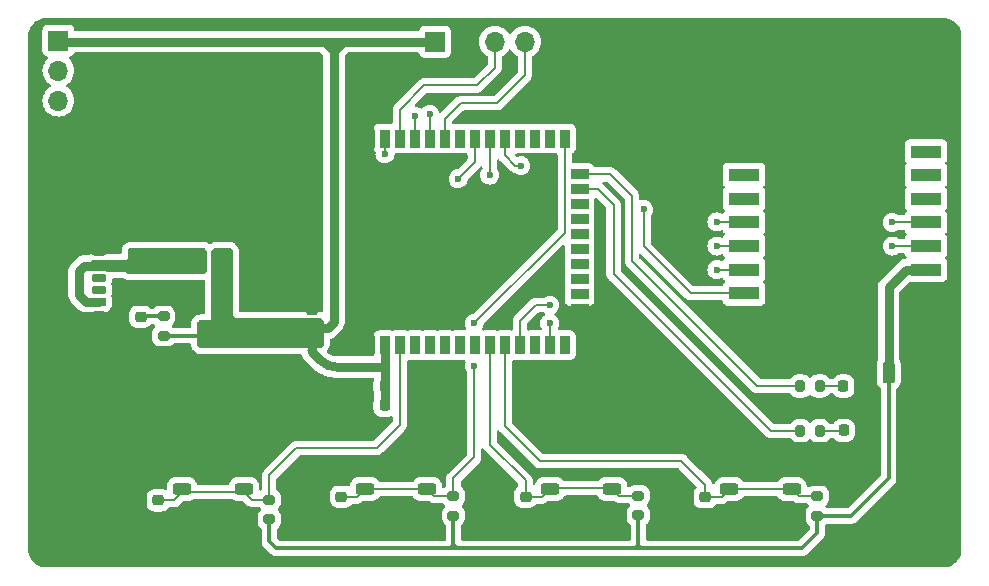
<source format=gbr>
%TF.GenerationSoftware,KiCad,Pcbnew,8.0.5*%
%TF.CreationDate,2024-11-10T21:17:35+07:00*%
%TF.ProjectId,PCB_MASTER,5043425f-4d41-4535-9445-522e6b696361,rev?*%
%TF.SameCoordinates,Original*%
%TF.FileFunction,Copper,L1,Top*%
%TF.FilePolarity,Positive*%
%FSLAX46Y46*%
G04 Gerber Fmt 4.6, Leading zero omitted, Abs format (unit mm)*
G04 Created by KiCad (PCBNEW 8.0.5) date 2024-11-10 21:17:35*
%MOMM*%
%LPD*%
G01*
G04 APERTURE LIST*
G04 Aperture macros list*
%AMRoundRect*
0 Rectangle with rounded corners*
0 $1 Rounding radius*
0 $2 $3 $4 $5 $6 $7 $8 $9 X,Y pos of 4 corners*
0 Add a 4 corners polygon primitive as box body*
4,1,4,$2,$3,$4,$5,$6,$7,$8,$9,$2,$3,0*
0 Add four circle primitives for the rounded corners*
1,1,$1+$1,$2,$3*
1,1,$1+$1,$4,$5*
1,1,$1+$1,$6,$7*
1,1,$1+$1,$8,$9*
0 Add four rect primitives between the rounded corners*
20,1,$1+$1,$2,$3,$4,$5,0*
20,1,$1+$1,$4,$5,$6,$7,0*
20,1,$1+$1,$6,$7,$8,$9,0*
20,1,$1+$1,$8,$9,$2,$3,0*%
G04 Aperture macros list end*
%TA.AperFunction,SMDPad,CuDef*%
%ADD10RoundRect,0.200000X-0.200000X-0.275000X0.200000X-0.275000X0.200000X0.275000X-0.200000X0.275000X0*%
%TD*%
%TA.AperFunction,SMDPad,CuDef*%
%ADD11RoundRect,0.225000X-0.250000X0.225000X-0.250000X-0.225000X0.250000X-0.225000X0.250000X0.225000X0*%
%TD*%
%TA.AperFunction,SMDPad,CuDef*%
%ADD12RoundRect,0.218750X0.218750X0.256250X-0.218750X0.256250X-0.218750X-0.256250X0.218750X-0.256250X0*%
%TD*%
%TA.AperFunction,SMDPad,CuDef*%
%ADD13RoundRect,0.250000X0.525000X0.250000X-0.525000X0.250000X-0.525000X-0.250000X0.525000X-0.250000X0*%
%TD*%
%TA.AperFunction,SMDPad,CuDef*%
%ADD14RoundRect,0.200000X0.275000X-0.200000X0.275000X0.200000X-0.275000X0.200000X-0.275000X-0.200000X0*%
%TD*%
%TA.AperFunction,SMDPad,CuDef*%
%ADD15R,0.900000X1.500000*%
%TD*%
%TA.AperFunction,SMDPad,CuDef*%
%ADD16R,1.500000X0.900000*%
%TD*%
%TA.AperFunction,SMDPad,CuDef*%
%ADD17R,0.900000X0.900000*%
%TD*%
%TA.AperFunction,SMDPad,CuDef*%
%ADD18R,2.800000X1.100000*%
%TD*%
%TA.AperFunction,SMDPad,CuDef*%
%ADD19R,2.600000X1.100000*%
%TD*%
%TA.AperFunction,SMDPad,CuDef*%
%ADD20RoundRect,0.218750X0.256250X-0.218750X0.256250X0.218750X-0.256250X0.218750X-0.256250X-0.218750X0*%
%TD*%
%TA.AperFunction,SMDPad,CuDef*%
%ADD21RoundRect,0.175000X-0.425000X0.175000X-0.425000X-0.175000X0.425000X-0.175000X0.425000X0.175000X0*%
%TD*%
%TA.AperFunction,SMDPad,CuDef*%
%ADD22RoundRect,0.190000X0.410000X-0.190000X0.410000X0.190000X-0.410000X0.190000X-0.410000X-0.190000X0*%
%TD*%
%TA.AperFunction,SMDPad,CuDef*%
%ADD23RoundRect,0.200000X0.400000X-0.200000X0.400000X0.200000X-0.400000X0.200000X-0.400000X-0.200000X0*%
%TD*%
%TA.AperFunction,SMDPad,CuDef*%
%ADD24RoundRect,0.175000X0.425000X-0.175000X0.425000X0.175000X-0.425000X0.175000X-0.425000X-0.175000X0*%
%TD*%
%TA.AperFunction,SMDPad,CuDef*%
%ADD25RoundRect,0.190000X-0.410000X0.190000X-0.410000X-0.190000X0.410000X-0.190000X0.410000X0.190000X0*%
%TD*%
%TA.AperFunction,SMDPad,CuDef*%
%ADD26RoundRect,0.200000X-0.400000X0.200000X-0.400000X-0.200000X0.400000X-0.200000X0.400000X0.200000X0*%
%TD*%
%TA.AperFunction,ComponentPad*%
%ADD27O,1.700000X1.100000*%
%TD*%
%TA.AperFunction,SMDPad,CuDef*%
%ADD28RoundRect,0.250000X0.425000X-0.450000X0.425000X0.450000X-0.425000X0.450000X-0.425000X-0.450000X0*%
%TD*%
%TA.AperFunction,SMDPad,CuDef*%
%ADD29RoundRect,0.225000X-0.225000X-0.250000X0.225000X-0.250000X0.225000X0.250000X-0.225000X0.250000X0*%
%TD*%
%TA.AperFunction,ComponentPad*%
%ADD30R,1.700000X1.700000*%
%TD*%
%TA.AperFunction,ComponentPad*%
%ADD31O,1.700000X1.700000*%
%TD*%
%TA.AperFunction,SMDPad,CuDef*%
%ADD32RoundRect,0.225000X0.250000X-0.225000X0.250000X0.225000X-0.250000X0.225000X-0.250000X-0.225000X0*%
%TD*%
%TA.AperFunction,SMDPad,CuDef*%
%ADD33RoundRect,0.375000X-0.375000X0.625000X-0.375000X-0.625000X0.375000X-0.625000X0.375000X0.625000X0*%
%TD*%
%TA.AperFunction,SMDPad,CuDef*%
%ADD34RoundRect,0.500000X-1.400000X0.500000X-1.400000X-0.500000X1.400000X-0.500000X1.400000X0.500000X0*%
%TD*%
%TA.AperFunction,ViaPad*%
%ADD35C,0.800000*%
%TD*%
%TA.AperFunction,ViaPad*%
%ADD36C,0.600000*%
%TD*%
%TA.AperFunction,Conductor*%
%ADD37C,0.800100*%
%TD*%
%TA.AperFunction,Conductor*%
%ADD38C,0.200000*%
%TD*%
%TA.AperFunction,Conductor*%
%ADD39C,0.300000*%
%TD*%
G04 APERTURE END LIST*
D10*
%TO.P,R2,1*%
%TO.N,Net-(U1-IO2)*%
X159850000Y-96150000D03*
%TO.P,R2,2*%
%TO.N,Net-(D1-A)*%
X161500000Y-96150000D03*
%TD*%
D11*
%TO.P,C10,1*%
%TO.N,/BUTTON_1*%
X136600000Y-105525000D03*
%TO.P,C10,2*%
%TO.N,GND*%
X136600000Y-107075000D03*
%TD*%
D12*
%TO.P,D1,1,K*%
%TO.N,GND*%
X165087501Y-96150000D03*
%TO.P,D1,2,A*%
%TO.N,Net-(D1-A)*%
X163512499Y-96150000D03*
%TD*%
D13*
%TO.P,SW1,1,1*%
%TO.N,GND*%
X112772243Y-107875000D03*
X107522243Y-107875000D03*
%TO.P,SW1,2,2*%
%TO.N,/EN*%
X112772243Y-104875000D03*
X107522243Y-104875000D03*
%TD*%
D14*
%TO.P,R4,1*%
%TO.N,+3V3*%
X130500000Y-107125000D03*
%TO.P,R4,2*%
%TO.N,/IO0*%
X130500000Y-105475000D03*
%TD*%
%TO.P,R7,1*%
%TO.N,+3V3*%
X161300000Y-107125000D03*
%TO.P,R7,2*%
%TO.N,/BUTTON_2*%
X161300000Y-105475000D03*
%TD*%
D12*
%TO.P,D3,1,K*%
%TO.N,GND*%
X165112501Y-99910000D03*
%TO.P,D3,2,A*%
%TO.N,Net-(D3-A)*%
X163537499Y-99910000D03*
%TD*%
D15*
%TO.P,U1,1,GND_1*%
%TO.N,GND*%
X123410000Y-92700000D03*
%TO.P,U1,2,3V3*%
%TO.N,+3V3*%
X124680000Y-92700000D03*
%TO.P,U1,3,EN*%
%TO.N,/EN*%
X125950000Y-92700000D03*
%TO.P,U1,4,SENSOR_VP*%
%TO.N,unconnected-(U1-SENSOR_VP-Pad4)*%
X127220000Y-92700000D03*
%TO.P,U1,5,SENSOR_VN*%
%TO.N,unconnected-(U1-SENSOR_VN-Pad5)*%
X128490000Y-92700000D03*
%TO.P,U1,6,IO34*%
%TO.N,unconnected-(U1-IO34-Pad6)*%
X129760000Y-92700000D03*
%TO.P,U1,7,IO35*%
%TO.N,unconnected-(U1-IO35-Pad7)*%
X131030000Y-92700000D03*
%TO.P,U1,8,IO32*%
%TO.N,unconnected-(U1-IO32-Pad8)*%
X132300000Y-92700000D03*
%TO.P,U1,9,IO33*%
%TO.N,/BUTTON_1*%
X133570000Y-92700000D03*
%TO.P,U1,10,IO25*%
%TO.N,/BUTTON_2*%
X134840000Y-92700000D03*
%TO.P,U1,11,IO26*%
%TO.N,/DIO1*%
X136110000Y-92700000D03*
%TO.P,U1,12,IO27*%
%TO.N,unconnected-(U1-IO27-Pad12)*%
X137380000Y-92700000D03*
%TO.P,U1,13,IO14*%
%TO.N,/LORA_RESET*%
X138650000Y-92700000D03*
%TO.P,U1,14,IO12*%
%TO.N,unconnected-(U1-IO12-Pad14)*%
X139920000Y-92700000D03*
D16*
%TO.P,U1,15,GND_2*%
%TO.N,GND*%
X141170000Y-89665000D03*
%TO.P,U1,16,IO13*%
%TO.N,unconnected-(U1-IO13-Pad16)*%
X141170000Y-88395000D03*
%TO.P,U1,17,NC_1*%
%TO.N,unconnected-(U1-NC_1-Pad17)*%
X141170000Y-87125000D03*
%TO.P,U1,18,NC_2*%
%TO.N,unconnected-(U1-NC_2-Pad18)*%
X141170000Y-85855000D03*
%TO.P,U1,19,NC_3*%
%TO.N,unconnected-(U1-NC_3-Pad19)*%
X141170000Y-84585000D03*
%TO.P,U1,20,NC_4*%
%TO.N,unconnected-(U1-NC_4-Pad20)*%
X141170000Y-83315000D03*
%TO.P,U1,21,NC_5*%
%TO.N,unconnected-(U1-NC_5-Pad21)*%
X141170000Y-82045000D03*
%TO.P,U1,22,NC_6*%
%TO.N,unconnected-(U1-NC_6-Pad22)*%
X141170000Y-80775000D03*
%TO.P,U1,23,IO15*%
%TO.N,Net-(U1-IO15)*%
X141170000Y-79505000D03*
%TO.P,U1,24,IO2*%
%TO.N,Net-(U1-IO2)*%
X141170000Y-78235000D03*
D15*
%TO.P,U1,25,IO0*%
%TO.N,/IO0*%
X139920000Y-75200000D03*
%TO.P,U1,26,IO4*%
%TO.N,unconnected-(U1-IO4-Pad26)*%
X138650000Y-75200000D03*
%TO.P,U1,27,IO16*%
%TO.N,unconnected-(U1-IO16-Pad27)*%
X137380000Y-75200000D03*
%TO.P,U1,28,IO17*%
%TO.N,unconnected-(U1-IO17-Pad28)*%
X136110000Y-75200000D03*
%TO.P,U1,29,IO5*%
%TO.N,/NSS*%
X134840000Y-75200000D03*
%TO.P,U1,30,IO18*%
%TO.N,/SCK*%
X133570000Y-75200000D03*
%TO.P,U1,31,IO19*%
%TO.N,/MISO*%
X132300000Y-75200000D03*
%TO.P,U1,32,NC_7*%
%TO.N,unconnected-(U1-NC_7-Pad32)*%
X131030000Y-75200000D03*
%TO.P,U1,33,IO21*%
%TO.N,/SDA*%
X129760000Y-75200000D03*
%TO.P,U1,34,RXD0*%
%TO.N,/RX_D0*%
X128490000Y-75200000D03*
%TO.P,U1,35,TXD0*%
%TO.N,/TX_D0*%
X127220000Y-75200000D03*
%TO.P,U1,36,IO22*%
%TO.N,/SCL*%
X125950000Y-75200000D03*
%TO.P,U1,37,IO23*%
%TO.N,/MOSI*%
X124680000Y-75200000D03*
%TO.P,U1,38,GND_3*%
%TO.N,GND*%
X123410000Y-75200000D03*
D17*
%TO.P,U1,39,GND_4*%
X130750000Y-85450000D03*
%TO.P,U1,40,GND_5*%
X130750000Y-86850000D03*
%TO.P,U1,41,GND_6*%
X132150000Y-86850000D03*
%TO.P,U1,42,GND_7*%
X132150000Y-85450000D03*
%TO.P,U1,43,GND_8*%
X132150000Y-84050000D03*
%TO.P,U1,44,GND_9*%
X130750000Y-84050000D03*
%TO.P,U1,45,GND_10*%
X129350000Y-84050000D03*
%TO.P,U1,46,GND_11*%
X129350000Y-85450000D03*
%TO.P,U1,47,GND_12*%
X129350000Y-86850000D03*
%TD*%
D18*
%TO.P,U3,1,GND*%
%TO.N,GND*%
X170400000Y-90300000D03*
D19*
%TO.P,U3,2,GND*%
X170500000Y-88300000D03*
%TO.P,U3,3,3.3V*%
%TO.N,+3V3*%
X170500000Y-86300000D03*
%TO.P,U3,4,RESET*%
%TO.N,/LORA_RESET*%
X170500000Y-84300000D03*
%TO.P,U3,5,DI00*%
%TO.N,/DIO1*%
X170500000Y-82300000D03*
%TO.P,U3,6,DI01*%
%TO.N,unconnected-(U3-DI01-Pad6)*%
X170500000Y-80300000D03*
%TO.P,U3,7,DI02*%
%TO.N,unconnected-(U3-DI02-Pad7)*%
X170500000Y-78300000D03*
%TO.P,U3,8,DI03*%
%TO.N,unconnected-(U3-DI03-Pad8)*%
X170500000Y-76300000D03*
%TO.P,U3,9,GND*%
%TO.N,GND*%
X155100000Y-76300000D03*
%TO.P,U3,10,DI04*%
%TO.N,unconnected-(U3-DI04-Pad10)*%
X155100000Y-78300000D03*
%TO.P,U3,11,DI05*%
%TO.N,unconnected-(U3-DI05-Pad11)*%
X155100000Y-80300000D03*
%TO.P,U3,12,SCK*%
%TO.N,/SCK*%
X155100000Y-82300000D03*
%TO.P,U3,13,MISO*%
%TO.N,/MISO*%
X155100000Y-84300000D03*
%TO.P,U3,14,MOSI*%
%TO.N,/MOSI*%
X155100000Y-86300000D03*
%TO.P,U3,15,NSS*%
%TO.N,/NSS*%
X155100000Y-88300000D03*
%TO.P,U3,16,GND*%
%TO.N,GND*%
X155100000Y-90300000D03*
%TD*%
D20*
%TO.P,D2,1,K*%
%TO.N,GND*%
X104005359Y-91859562D03*
%TO.P,D2,2,A*%
%TO.N,Net-(D2-A)*%
X104005359Y-90284560D03*
%TD*%
D21*
%TO.P,J3,A5,CC1*%
%TO.N,unconnected-(J3-CC1-PadA5)*%
X100479999Y-87000000D03*
D22*
%TO.P,J3,A9,VBUS*%
%TO.N,VBUS*%
X100480000Y-89020000D03*
D23*
%TO.P,J3,A12,GND*%
%TO.N,GND*%
X100480000Y-90250000D03*
D24*
%TO.P,J3,B5,CC2*%
%TO.N,unconnected-(J3-CC2-PadB5)*%
X100479999Y-88000000D03*
D25*
%TO.P,J3,B9,VBUS*%
%TO.N,VBUS*%
X100480000Y-85980000D03*
D26*
%TO.P,J3,B12,GND*%
%TO.N,GND*%
X100480000Y-84750000D03*
D27*
%TO.P,J3,S1,SHIELD*%
X100400000Y-83180000D03*
X96600000Y-83180000D03*
X100400000Y-91820000D03*
X96600000Y-91820000D03*
%TD*%
D28*
%TO.P,C7,1*%
%TO.N,+3V3*%
X116350000Y-91800000D03*
%TO.P,C7,2*%
%TO.N,GND*%
X116350000Y-89100000D03*
%TD*%
D13*
%TO.P,SW4,1,1*%
%TO.N,GND*%
X143938984Y-107875000D03*
X138688984Y-107875000D03*
%TO.P,SW4,2,2*%
%TO.N,/BUTTON_1*%
X143938984Y-104875000D03*
X138688984Y-104875000D03*
%TD*%
D11*
%TO.P,C9,1*%
%TO.N,/BUTTON_2*%
X151804122Y-105567989D03*
%TO.P,C9,2*%
%TO.N,GND*%
X151804122Y-107117989D03*
%TD*%
D14*
%TO.P,R5,1*%
%TO.N,+3V3*%
X105955359Y-91897061D03*
%TO.P,R5,2*%
%TO.N,Net-(D2-A)*%
X105955359Y-90247061D03*
%TD*%
D29*
%TO.P,C3,1*%
%TO.N,GND*%
X123125000Y-97800000D03*
%TO.P,C3,2*%
%TO.N,+3V3*%
X124675000Y-97800000D03*
%TD*%
D30*
%TO.P,J1,1,Pin_1*%
%TO.N,+3V3*%
X97050000Y-66900000D03*
D31*
%TO.P,J1,2,Pin_2*%
%TO.N,/RX_D0*%
X97050000Y-69440000D03*
%TO.P,J1,3,Pin_3*%
%TO.N,/TX_D0*%
X97050000Y-71979999D03*
%TO.P,J1,4,Pin_4*%
%TO.N,GND*%
X97050000Y-74520000D03*
%TD*%
D28*
%TO.P,C6,1*%
%TO.N,VBUS*%
X104300000Y-85650000D03*
%TO.P,C6,2*%
%TO.N,GND*%
X104300000Y-82950000D03*
%TD*%
D13*
%TO.P,SW3,1,1*%
%TO.N,GND*%
X159118690Y-107875000D03*
X153868690Y-107875000D03*
%TO.P,SW3,2,2*%
%TO.N,/BUTTON_2*%
X159118690Y-104875000D03*
X153868690Y-104875000D03*
%TD*%
%TO.P,SW2,1,1*%
%TO.N,GND*%
X128266668Y-107875000D03*
X123016668Y-107875000D03*
%TO.P,SW2,2,2*%
%TO.N,/IO0*%
X128266668Y-104875000D03*
X123016668Y-104875000D03*
%TD*%
D32*
%TO.P,C8,1*%
%TO.N,+3V3*%
X118500000Y-91275000D03*
%TO.P,C8,2*%
%TO.N,GND*%
X118500000Y-89725000D03*
%TD*%
D30*
%TO.P,J2,1,Pin_1*%
%TO.N,+3V3*%
X128920000Y-67000000D03*
D31*
%TO.P,J2,2,Pin_2*%
%TO.N,GND*%
X131460000Y-67000000D03*
%TO.P,J2,3,Pin_3*%
%TO.N,/SCL*%
X134000000Y-67000000D03*
%TO.P,J2,4,Pin_4*%
%TO.N,/SDA*%
X136540000Y-67000000D03*
%TD*%
D11*
%TO.P,C1,1*%
%TO.N,/EN*%
X105500000Y-105825000D03*
%TO.P,C1,2*%
%TO.N,GND*%
X105500000Y-107375000D03*
%TD*%
D10*
%TO.P,R6,1*%
%TO.N,Net-(U1-IO15)*%
X159875000Y-99950000D03*
%TO.P,R6,2*%
%TO.N,Net-(D3-A)*%
X161525000Y-99950000D03*
%TD*%
D33*
%TO.P,U2,1,GND*%
%TO.N,GND*%
X113200000Y-85600000D03*
%TO.P,U2,2,VO*%
%TO.N,+3V3*%
X110900000Y-85600001D03*
D34*
X110900000Y-91899999D03*
D33*
%TO.P,U2,3,VI*%
%TO.N,VBUS*%
X108600000Y-85600000D03*
%TD*%
D11*
%TO.P,C4,1*%
%TO.N,/IO0*%
X121000000Y-105525000D03*
%TO.P,C4,2*%
%TO.N,GND*%
X121000000Y-107075000D03*
%TD*%
D29*
%TO.P,C2,1*%
%TO.N,GND*%
X123125000Y-96150000D03*
%TO.P,C2,2*%
%TO.N,+3V3*%
X124675000Y-96150000D03*
%TD*%
D14*
%TO.P,R1,1*%
%TO.N,+3V3*%
X114900000Y-107425000D03*
%TO.P,R1,2*%
%TO.N,/EN*%
X114900000Y-105775000D03*
%TD*%
D32*
%TO.P,C5,1*%
%TO.N,VBUS*%
X106300000Y-85075000D03*
%TO.P,C5,2*%
%TO.N,GND*%
X106300000Y-83525000D03*
%TD*%
D14*
%TO.P,R8,1*%
%TO.N,+3V3*%
X146150000Y-107075000D03*
%TO.P,R8,2*%
%TO.N,/BUTTON_1*%
X146150000Y-105425000D03*
%TD*%
D35*
%TO.N,GND*%
X102600000Y-83700000D03*
X118300000Y-70600000D03*
X149100000Y-108500000D03*
X158200000Y-98600000D03*
X109200000Y-94250000D03*
X109300000Y-83400000D03*
X133100000Y-108600000D03*
X138600000Y-80600000D03*
X121750000Y-97900000D03*
X124100000Y-99300000D03*
X102200000Y-87650000D03*
X117700000Y-107000000D03*
X117700000Y-108600000D03*
X116700000Y-94250000D03*
X110900000Y-94250000D03*
X121800000Y-96100000D03*
X129800000Y-71900000D03*
X111000000Y-83400000D03*
X132300000Y-69150000D03*
X99000000Y-70600000D03*
X135300000Y-68500000D03*
X138600000Y-79000000D03*
X122300000Y-70600000D03*
X122000000Y-91050000D03*
X102200000Y-89100000D03*
X115450000Y-94250000D03*
X113150000Y-89300000D03*
X102600000Y-82500000D03*
X107700000Y-83400000D03*
X130750000Y-69100000D03*
X108600000Y-87800000D03*
X108600000Y-89450000D03*
X123350000Y-91050000D03*
X158200000Y-97250000D03*
X123100000Y-103000000D03*
X113100000Y-87500000D03*
D36*
X137338469Y-90992967D03*
%TO.N,+3V3*%
X124700000Y-94550000D03*
D35*
X167350000Y-94600000D03*
X167350000Y-95450000D03*
D36*
%TO.N,/IO0*%
X132250000Y-90850000D03*
X132250000Y-94450000D03*
%TO.N,/TX_D0*%
X127250000Y-73300000D03*
%TO.N,/RX_D0*%
X128490000Y-73150000D03*
%TO.N,/LORA_RESET*%
X138650000Y-90850000D03*
X167650000Y-84300000D03*
%TO.N,/NSS*%
X136200000Y-77500000D03*
X146600000Y-81200000D03*
%TO.N,/DIO1*%
X167650000Y-82300000D03*
X138650000Y-89300000D03*
%TO.N,/SCK*%
X133570000Y-78300000D03*
X152800000Y-82250000D03*
%TO.N,/MISO*%
X130900000Y-78600000D03*
X152800000Y-84300000D03*
%TO.N,/MOSI*%
X124700000Y-76500000D03*
X152800000Y-86300000D03*
%TD*%
D37*
%TO.N,+3V3*%
X120628110Y-94550000D02*
G75*
G02*
X119214441Y-93964437I-10J1999200D01*
G01*
X118500000Y-93125736D02*
G75*
G03*
X118587886Y-93337850I300000J36D01*
G01*
D38*
%TO.N,/EN*%
X117200000Y-101400000D02*
X114900000Y-103700000D01*
X114900000Y-103700000D02*
X114900000Y-105775000D01*
X106822243Y-105825000D02*
X107522243Y-105125000D01*
X107522243Y-105125000D02*
X112772243Y-105125000D01*
X125950000Y-92700000D02*
X125950000Y-99450000D01*
X124000000Y-101400000D02*
X117200000Y-101400000D01*
X125950000Y-99450000D02*
X124000000Y-101400000D01*
X113422243Y-105775000D02*
X112772243Y-105125000D01*
X105500000Y-105825000D02*
X106822243Y-105825000D01*
X114900000Y-105775000D02*
X113422243Y-105775000D01*
D39*
%TO.N,+3V3*%
X129600000Y-109900000D02*
X129000000Y-109900000D01*
X145900000Y-109900000D02*
X146150000Y-109650000D01*
X146400000Y-109900000D02*
X145250000Y-109900000D01*
D37*
X119850000Y-91275000D02*
X120375000Y-90750000D01*
D39*
X114900000Y-109300000D02*
X114900000Y-107425000D01*
X130500000Y-109600000D02*
X130500000Y-109500000D01*
D37*
X118500000Y-91275000D02*
X118500000Y-93125736D01*
X124700000Y-96125000D02*
X124675000Y-96150000D01*
X124700000Y-94550000D02*
X124700000Y-92720000D01*
X120375000Y-90750000D02*
X120375000Y-67800000D01*
X97150000Y-67000000D02*
X97050000Y-66900000D01*
D39*
X161300000Y-107125000D02*
X161325000Y-107150000D01*
X164150000Y-107150000D02*
X167350000Y-103950000D01*
X167350000Y-103950000D02*
X167350000Y-94600000D01*
D37*
X120375000Y-67125000D02*
X120500000Y-67000000D01*
X120628110Y-94550000D02*
X124700000Y-94550000D01*
D39*
X130500000Y-109900000D02*
X130500000Y-109500000D01*
D37*
X110900000Y-85600001D02*
X110900000Y-91899999D01*
X116250001Y-91899999D02*
X116350000Y-91800000D01*
X119600000Y-67000000D02*
X120375000Y-67775000D01*
D39*
X146150000Y-109650000D02*
X146400000Y-109900000D01*
D37*
X124675000Y-96150000D02*
X124675000Y-97800000D01*
D39*
X145250000Y-109900000D02*
X130900000Y-109900000D01*
D37*
X120375000Y-67775000D02*
X120375000Y-67800000D01*
X120500000Y-67000000D02*
X121350000Y-67000000D01*
D39*
X130500000Y-109600000D02*
X130800000Y-109900000D01*
X161325000Y-107150000D02*
X164150000Y-107150000D01*
X115500000Y-109900000D02*
X114900000Y-109300000D01*
D37*
X120500000Y-67000000D02*
X119500000Y-67000000D01*
X121350000Y-67000000D02*
X128920000Y-67000000D01*
D39*
X108397061Y-91897061D02*
X108399999Y-91899999D01*
D37*
X119500000Y-67000000D02*
X119600000Y-67000000D01*
D39*
X161300000Y-107125000D02*
X161300000Y-108600000D01*
D37*
X120375000Y-67800000D02*
X120375000Y-67125000D01*
D39*
X130200000Y-109900000D02*
X130500000Y-109600000D01*
D37*
X116350000Y-91800000D02*
X117975000Y-91800000D01*
D39*
X160000000Y-109900000D02*
X146400000Y-109900000D01*
X130500000Y-109500000D02*
X130500000Y-107125000D01*
X129950000Y-109900000D02*
X129600000Y-109900000D01*
X130200000Y-109900000D02*
X129950000Y-109900000D01*
D37*
X118500000Y-91275000D02*
X119850000Y-91275000D01*
D39*
X108399999Y-91899999D02*
X110900000Y-91899999D01*
D37*
X119500000Y-67000000D02*
X97150000Y-67000000D01*
D39*
X161300000Y-108600000D02*
X160000000Y-109900000D01*
D37*
X124700000Y-92720000D02*
X124680000Y-92700000D01*
D39*
X105955359Y-91897061D02*
X108397061Y-91897061D01*
X129000000Y-109900000D02*
X129250000Y-109900000D01*
X130900000Y-109900000D02*
X130200000Y-109900000D01*
X145250000Y-109900000D02*
X145900000Y-109900000D01*
D37*
X124700000Y-94550000D02*
X124700000Y-96125000D01*
X117975000Y-91800000D02*
X118500000Y-91275000D01*
D39*
X129600000Y-109900000D02*
X130500000Y-109900000D01*
D37*
X170500000Y-86300000D02*
X168850000Y-86300000D01*
X118587868Y-93337868D02*
X119214439Y-93964439D01*
D39*
X146150000Y-109650000D02*
X146150000Y-107075000D01*
D37*
X167350000Y-87800000D02*
X167350000Y-94600000D01*
X121350000Y-67000000D02*
X121175000Y-67000000D01*
X110900000Y-91899999D02*
X116250001Y-91899999D01*
D39*
X129000000Y-109900000D02*
X115500000Y-109900000D01*
D37*
X121175000Y-67000000D02*
X120375000Y-67800000D01*
X168850000Y-86300000D02*
X167350000Y-87800000D01*
D39*
X130800000Y-109900000D02*
X130900000Y-109900000D01*
D38*
%TO.N,/IO0*%
X132250000Y-90850000D02*
X139920000Y-83180000D01*
X121000000Y-105525000D02*
X122341668Y-105525000D01*
X128891668Y-105475000D02*
X128266668Y-104850000D01*
X132250000Y-94450000D02*
X132250000Y-102200000D01*
X130500000Y-103950000D02*
X130500000Y-105475000D01*
X132250000Y-102200000D02*
X130500000Y-103950000D01*
X122341668Y-105525000D02*
X123016668Y-104850000D01*
X130500000Y-105475000D02*
X128891668Y-105475000D01*
X123016668Y-104850000D02*
X128266668Y-104850000D01*
X139920000Y-83180000D02*
X139920000Y-75200000D01*
D37*
%TO.N,VBUS*%
X100480000Y-89020000D02*
X99370000Y-89020000D01*
X99370000Y-89020000D02*
X98800000Y-88450000D01*
X98800000Y-86400000D02*
X99220000Y-85980000D01*
X103970000Y-85980000D02*
X104300000Y-85650000D01*
X99220000Y-85980000D02*
X100480000Y-85980000D01*
X100480000Y-85980000D02*
X103970000Y-85980000D01*
X98800000Y-88450000D02*
X98800000Y-86400000D01*
D38*
%TO.N,/BUTTON_2*%
X151822111Y-105550000D02*
X151804122Y-105567989D01*
X159718690Y-105475000D02*
X159118690Y-104875000D01*
X153868690Y-104875000D02*
X153193690Y-105550000D01*
X153868690Y-104875000D02*
X159118690Y-104875000D01*
X161300000Y-105475000D02*
X159718690Y-105475000D01*
X134840000Y-92700000D02*
X134840000Y-99540000D01*
X151804122Y-104504122D02*
X151804122Y-105567989D01*
X134840000Y-99540000D02*
X137800000Y-102500000D01*
X149800000Y-102500000D02*
X151804122Y-104504122D01*
X137800000Y-102500000D02*
X149800000Y-102500000D01*
X153193690Y-105550000D02*
X151822111Y-105550000D01*
%TO.N,/BUTTON_1*%
X133570000Y-101120000D02*
X136600000Y-104150000D01*
X133570000Y-92700000D02*
X133570000Y-101120000D01*
X146150000Y-105425000D02*
X144550106Y-105425000D01*
X136600000Y-104150000D02*
X136600000Y-105525000D01*
X137977862Y-105525000D02*
X138688984Y-104813878D01*
X138688984Y-104813878D02*
X143938984Y-104813878D01*
X136600000Y-105525000D02*
X137977862Y-105525000D01*
X144550106Y-105425000D02*
X143938984Y-104813878D01*
%TO.N,Net-(D1-A)*%
X161500000Y-96150000D02*
X163512499Y-96150000D01*
D39*
%TO.N,Net-(D2-A)*%
X105955359Y-90247061D02*
X104042858Y-90247061D01*
X104042858Y-90247061D02*
X104005359Y-90284560D01*
D38*
%TO.N,Net-(D3-A)*%
X163497499Y-99950000D02*
X163537499Y-99910000D01*
X161525000Y-99950000D02*
X163497499Y-99950000D01*
%TO.N,/TX_D0*%
X127220000Y-73330000D02*
X127220000Y-75200000D01*
X127250000Y-73300000D02*
X127220000Y-73330000D01*
%TO.N,/RX_D0*%
X128490000Y-73150000D02*
X128490000Y-75200000D01*
%TO.N,/SDA*%
X129760000Y-75200000D02*
X129760000Y-73540000D01*
X136540000Y-69860000D02*
X136540000Y-67000000D01*
X131100000Y-72200000D02*
X134200000Y-72200000D01*
X134200000Y-72200000D02*
X136540000Y-69860000D01*
X129760000Y-73540000D02*
X131100000Y-72200000D01*
%TO.N,/SCL*%
X134000000Y-67000000D02*
X134000000Y-69200000D01*
X128000000Y-70700000D02*
X125950000Y-72750000D01*
X132500000Y-70700000D02*
X128000000Y-70700000D01*
X134000000Y-69200000D02*
X132500000Y-70700000D01*
X125950000Y-72750000D02*
X125950000Y-75200000D01*
%TO.N,Net-(U1-IO2)*%
X143785000Y-78235000D02*
X145600000Y-80050000D01*
X141170000Y-78235000D02*
X143785000Y-78235000D01*
X145600000Y-85550000D02*
X156200000Y-96150000D01*
X156200000Y-96150000D02*
X159850000Y-96150000D01*
X145600000Y-80050000D02*
X145600000Y-85550000D01*
%TO.N,Net-(U1-IO15)*%
X144050000Y-80800000D02*
X144050000Y-86650000D01*
X142755000Y-79505000D02*
X144050000Y-80800000D01*
X144050000Y-86650000D02*
X157350000Y-99950000D01*
X141170000Y-79505000D02*
X142755000Y-79505000D01*
X157350000Y-99950000D02*
X159875000Y-99950000D01*
%TO.N,/LORA_RESET*%
X138650000Y-90850000D02*
X138650000Y-92700000D01*
X167650000Y-84300000D02*
X170500000Y-84300000D01*
%TO.N,/NSS*%
X146600000Y-84300000D02*
X146600000Y-81200000D01*
X134840000Y-76590000D02*
X134840000Y-75200000D01*
X150600000Y-88300000D02*
X146600000Y-84300000D01*
X155100000Y-88300000D02*
X150600000Y-88300000D01*
X135750000Y-77500000D02*
X134840000Y-76590000D01*
X136200000Y-77500000D02*
X135750000Y-77500000D01*
%TO.N,/DIO1*%
X136110000Y-92700000D02*
X136110000Y-90640000D01*
X167650000Y-82300000D02*
X170500000Y-82300000D01*
X137450000Y-89300000D02*
X138650000Y-89300000D01*
X136110000Y-90640000D02*
X137450000Y-89300000D01*
%TO.N,/SCK*%
X152800000Y-82250000D02*
X152850000Y-82300000D01*
X152850000Y-82300000D02*
X155100000Y-82300000D01*
X133570000Y-78300000D02*
X133570000Y-75200000D01*
%TO.N,/MISO*%
X132300000Y-77200000D02*
X130900000Y-78600000D01*
X132300000Y-75200000D02*
X132300000Y-77200000D01*
X155100000Y-84300000D02*
X152800000Y-84300000D01*
%TO.N,/MOSI*%
X124680000Y-75200000D02*
X124680000Y-76480000D01*
X152800000Y-86300000D02*
X155100000Y-86300000D01*
X124680000Y-76480000D02*
X124700000Y-76500000D01*
D37*
%TO.N,+3V3*%
X167350000Y-95450000D02*
X167350000Y-94600000D01*
%TD*%
%TA.AperFunction,Conductor*%
%TO.N,+3V3*%
G36*
X111665677Y-84469685D02*
G01*
X111686319Y-84486319D01*
X111813681Y-84613681D01*
X111847166Y-84675004D01*
X111850000Y-84701362D01*
X111850000Y-90250000D01*
X112100000Y-90400000D01*
X118073467Y-90400000D01*
X118116801Y-90407818D01*
X118147885Y-90419412D01*
X118191381Y-90424088D01*
X118204496Y-90425498D01*
X118204506Y-90425499D01*
X118204515Y-90425500D01*
X118795484Y-90425499D01*
X118852114Y-90419412D01*
X118883198Y-90407817D01*
X118926532Y-90400000D01*
X119248638Y-90400000D01*
X119315677Y-90419685D01*
X119336319Y-90436319D01*
X119463681Y-90563681D01*
X119497166Y-90625004D01*
X119500000Y-90651362D01*
X119500000Y-92656503D01*
X119480315Y-92723542D01*
X119472828Y-92733965D01*
X119337230Y-92903462D01*
X119279979Y-92943514D01*
X119240402Y-92950000D01*
X109101362Y-92950000D01*
X109034323Y-92930315D01*
X109013681Y-92913681D01*
X108836319Y-92736319D01*
X108802834Y-92674996D01*
X108800000Y-92648638D01*
X108800000Y-90801362D01*
X108819685Y-90734323D01*
X108836319Y-90713681D01*
X108913681Y-90636319D01*
X108975004Y-90602834D01*
X109001362Y-90600000D01*
X109850000Y-90600000D01*
X110000000Y-90500000D01*
X110000000Y-84758078D01*
X110019685Y-84691039D01*
X110044613Y-84662822D01*
X110265513Y-84478739D01*
X110329614Y-84450945D01*
X110344894Y-84450000D01*
X111598638Y-84450000D01*
X111665677Y-84469685D01*
G37*
%TD.AperFunction*%
%TD*%
%TA.AperFunction,Conductor*%
%TO.N,VBUS*%
G36*
X109446832Y-84469685D02*
G01*
X109486122Y-84510203D01*
X109582329Y-84670548D01*
X109600000Y-84734345D01*
X109600000Y-86429792D01*
X109580315Y-86496831D01*
X109539797Y-86536121D01*
X109379450Y-86632329D01*
X109315655Y-86650000D01*
X104050000Y-86650000D01*
X102951362Y-86650000D01*
X102884323Y-86630315D01*
X102863681Y-86613681D01*
X102750000Y-86500000D01*
X101400000Y-86500000D01*
X101230893Y-86500000D01*
X101163854Y-86480315D01*
X101158273Y-86476500D01*
X101158219Y-86476472D01*
X101038125Y-86415281D01*
X101038123Y-86415280D01*
X101038120Y-86415279D01*
X100938492Y-86399500D01*
X100938487Y-86399500D01*
X100021511Y-86399500D01*
X100021506Y-86399500D01*
X99943398Y-86411871D01*
X99874104Y-86402916D01*
X99820652Y-86357920D01*
X99800013Y-86291169D01*
X99800000Y-86289398D01*
X99800000Y-85651362D01*
X99819685Y-85584323D01*
X99836319Y-85563681D01*
X99913681Y-85486319D01*
X99975004Y-85452834D01*
X100001362Y-85450000D01*
X102750000Y-85450000D01*
X102900000Y-85300000D01*
X102900000Y-84651362D01*
X102919685Y-84584323D01*
X102936319Y-84563681D01*
X103013681Y-84486319D01*
X103075004Y-84452834D01*
X103101362Y-84450000D01*
X109379793Y-84450000D01*
X109446832Y-84469685D01*
G37*
%TD.AperFunction*%
%TD*%
%TA.AperFunction,Conductor*%
%TO.N,GND*%
G36*
X130438327Y-93931338D02*
G01*
X130472517Y-93944091D01*
X130532127Y-93950500D01*
X131401928Y-93950499D01*
X131468967Y-93970183D01*
X131514722Y-94022987D01*
X131524666Y-94092146D01*
X131518970Y-94115453D01*
X131464632Y-94270742D01*
X131464630Y-94270750D01*
X131444435Y-94449996D01*
X131444435Y-94450003D01*
X131464630Y-94629249D01*
X131464631Y-94629254D01*
X131524211Y-94799523D01*
X131620185Y-94952263D01*
X131622445Y-94955097D01*
X131623334Y-94957275D01*
X131623889Y-94958158D01*
X131623734Y-94958255D01*
X131648855Y-95019783D01*
X131649500Y-95032412D01*
X131649500Y-101899902D01*
X131629815Y-101966941D01*
X131613181Y-101987583D01*
X130019481Y-103581282D01*
X130019475Y-103581290D01*
X129984499Y-103641872D01*
X129984499Y-103641874D01*
X129940423Y-103718214D01*
X129940423Y-103718215D01*
X129899499Y-103870943D01*
X129899499Y-103870945D01*
X129899499Y-104039046D01*
X129899500Y-104039059D01*
X129899500Y-104583284D01*
X129879815Y-104650323D01*
X129839652Y-104689400D01*
X129789811Y-104719530D01*
X129789810Y-104719531D01*
X129753848Y-104755494D01*
X129692525Y-104788979D01*
X129622833Y-104783995D01*
X129566900Y-104742123D01*
X129542483Y-104676659D01*
X129542167Y-104667813D01*
X129542167Y-104574998D01*
X129542166Y-104574981D01*
X129531667Y-104472203D01*
X129531666Y-104472200D01*
X129520832Y-104439505D01*
X129476482Y-104305666D01*
X129384380Y-104156344D01*
X129260324Y-104032288D01*
X129167556Y-103975069D01*
X129111004Y-103940187D01*
X129110999Y-103940185D01*
X129089491Y-103933058D01*
X128944465Y-103885001D01*
X128944463Y-103885000D01*
X128841678Y-103874500D01*
X127691666Y-103874500D01*
X127691649Y-103874501D01*
X127588871Y-103885000D01*
X127588868Y-103885001D01*
X127422336Y-103940185D01*
X127422331Y-103940187D01*
X127273010Y-104032289D01*
X127148957Y-104156342D01*
X127127829Y-104190597D01*
X127075881Y-104237321D01*
X127022290Y-104249500D01*
X124261046Y-104249500D01*
X124194007Y-104229815D01*
X124155507Y-104190597D01*
X124137391Y-104161226D01*
X124134380Y-104156344D01*
X124010324Y-104032288D01*
X123917556Y-103975069D01*
X123861004Y-103940187D01*
X123860999Y-103940185D01*
X123839491Y-103933058D01*
X123694465Y-103885001D01*
X123694463Y-103885000D01*
X123591678Y-103874500D01*
X122441666Y-103874500D01*
X122441649Y-103874501D01*
X122338871Y-103885000D01*
X122338868Y-103885001D01*
X122172336Y-103940185D01*
X122172331Y-103940187D01*
X122023010Y-104032289D01*
X121898957Y-104156342D01*
X121806855Y-104305663D01*
X121806854Y-104305666D01*
X121755025Y-104462077D01*
X121751669Y-104472204D01*
X121751668Y-104472205D01*
X121744399Y-104543363D01*
X121718003Y-104608054D01*
X121660822Y-104648206D01*
X121591011Y-104651069D01*
X121565569Y-104640354D01*
X121565245Y-104641051D01*
X121558699Y-104637998D01*
X121558697Y-104637997D01*
X121539157Y-104631522D01*
X121397709Y-104584651D01*
X121298346Y-104574500D01*
X120701662Y-104574500D01*
X120701644Y-104574501D01*
X120602292Y-104584650D01*
X120602289Y-104584651D01*
X120441305Y-104637996D01*
X120441294Y-104638001D01*
X120296959Y-104727029D01*
X120296955Y-104727032D01*
X120177032Y-104846955D01*
X120177029Y-104846959D01*
X120088001Y-104991294D01*
X120087996Y-104991305D01*
X120034651Y-105152290D01*
X120024500Y-105251647D01*
X120024500Y-105798337D01*
X120024501Y-105798355D01*
X120034650Y-105897707D01*
X120034651Y-105897710D01*
X120087996Y-106058694D01*
X120088001Y-106058705D01*
X120177029Y-106203040D01*
X120177032Y-106203044D01*
X120296955Y-106322967D01*
X120296959Y-106322970D01*
X120441294Y-106411998D01*
X120441297Y-106411999D01*
X120441303Y-106412003D01*
X120602292Y-106465349D01*
X120701655Y-106475500D01*
X121298344Y-106475499D01*
X121298352Y-106475498D01*
X121298355Y-106475498D01*
X121352760Y-106469940D01*
X121397708Y-106465349D01*
X121558697Y-106412003D01*
X121703044Y-106322968D01*
X121822968Y-106203044D01*
X121834465Y-106184403D01*
X121886412Y-106137679D01*
X121940004Y-106125500D01*
X122254999Y-106125500D01*
X122255015Y-106125501D01*
X122262611Y-106125501D01*
X122420722Y-106125501D01*
X122420725Y-106125501D01*
X122573453Y-106084577D01*
X122660055Y-106034577D01*
X122660059Y-106034575D01*
X122710377Y-106005524D01*
X122710376Y-106005524D01*
X122710384Y-106005520D01*
X122804086Y-105911818D01*
X122865409Y-105878333D01*
X122891767Y-105875499D01*
X123591670Y-105875499D01*
X123591676Y-105875499D01*
X123694465Y-105864999D01*
X123861002Y-105809814D01*
X124010324Y-105717712D01*
X124134380Y-105593656D01*
X124186348Y-105509402D01*
X124238295Y-105462679D01*
X124291886Y-105450500D01*
X126991450Y-105450500D01*
X127058489Y-105470185D01*
X127096987Y-105509401D01*
X127148956Y-105593656D01*
X127273012Y-105717712D01*
X127422334Y-105809814D01*
X127588871Y-105864999D01*
X127691659Y-105875500D01*
X128391569Y-105875499D01*
X128458608Y-105895183D01*
X128479250Y-105911818D01*
X128522952Y-105955520D01*
X128522954Y-105955521D01*
X128522958Y-105955524D01*
X128609555Y-106005520D01*
X128659884Y-106034577D01*
X128755455Y-106060185D01*
X128812610Y-106075500D01*
X128812611Y-106075500D01*
X129583480Y-106075500D01*
X129650519Y-106095185D01*
X129671161Y-106111819D01*
X129771661Y-106212319D01*
X129805146Y-106273642D01*
X129800162Y-106343334D01*
X129771661Y-106387681D01*
X129669531Y-106489810D01*
X129669530Y-106489811D01*
X129581522Y-106635393D01*
X129530913Y-106797807D01*
X129524500Y-106868386D01*
X129524500Y-107381613D01*
X129530913Y-107452192D01*
X129530913Y-107452194D01*
X129530914Y-107452196D01*
X129581522Y-107614606D01*
X129664698Y-107752196D01*
X129669530Y-107760188D01*
X129789810Y-107880468D01*
X129795715Y-107885094D01*
X129794911Y-107886119D01*
X129836833Y-107931890D01*
X129849500Y-107986488D01*
X129849500Y-109125500D01*
X129829815Y-109192539D01*
X129777011Y-109238294D01*
X129725500Y-109249500D01*
X115820807Y-109249500D01*
X115753768Y-109229815D01*
X115733131Y-109213185D01*
X115586816Y-109066871D01*
X115553334Y-109005550D01*
X115550500Y-108979192D01*
X115550500Y-108286488D01*
X115570185Y-108219449D01*
X115604809Y-108185763D01*
X115604285Y-108185094D01*
X115610180Y-108180474D01*
X115610185Y-108180472D01*
X115730472Y-108060185D01*
X115818478Y-107914606D01*
X115869086Y-107752196D01*
X115875500Y-107681616D01*
X115875500Y-107168384D01*
X115869086Y-107097804D01*
X115818478Y-106935394D01*
X115730472Y-106789815D01*
X115730470Y-106789813D01*
X115730469Y-106789811D01*
X115628339Y-106687681D01*
X115594854Y-106626358D01*
X115599838Y-106556666D01*
X115628339Y-106512319D01*
X115730468Y-106410189D01*
X115730469Y-106410188D01*
X115730472Y-106410185D01*
X115818478Y-106264606D01*
X115869086Y-106102196D01*
X115875500Y-106031616D01*
X115875500Y-105518384D01*
X115869086Y-105447804D01*
X115818478Y-105285394D01*
X115730472Y-105139815D01*
X115730470Y-105139813D01*
X115730469Y-105139811D01*
X115610188Y-105019530D01*
X115560348Y-104989400D01*
X115513162Y-104937871D01*
X115500500Y-104883284D01*
X115500500Y-104000097D01*
X115520185Y-103933058D01*
X115536819Y-103912416D01*
X117412416Y-102036819D01*
X117473739Y-102003334D01*
X117500097Y-102000500D01*
X123913331Y-102000500D01*
X123913347Y-102000501D01*
X123920943Y-102000501D01*
X124079054Y-102000501D01*
X124079057Y-102000501D01*
X124231785Y-101959577D01*
X124281904Y-101930639D01*
X124368716Y-101880520D01*
X124480520Y-101768716D01*
X124480520Y-101768714D01*
X124490728Y-101758507D01*
X124490730Y-101758504D01*
X126308506Y-99940728D01*
X126308511Y-99940724D01*
X126318714Y-99930520D01*
X126318716Y-99930520D01*
X126430520Y-99818716D01*
X126509577Y-99681784D01*
X126550500Y-99529057D01*
X126550500Y-94070093D01*
X126570185Y-94003054D01*
X126622989Y-93957299D01*
X126687754Y-93946804D01*
X126722127Y-93950500D01*
X127717872Y-93950499D01*
X127777483Y-93944091D01*
X127811667Y-93931340D01*
X127881358Y-93926357D01*
X127898327Y-93931338D01*
X127932517Y-93944091D01*
X127992127Y-93950500D01*
X128987872Y-93950499D01*
X129047483Y-93944091D01*
X129081667Y-93931340D01*
X129151358Y-93926357D01*
X129168327Y-93931338D01*
X129202517Y-93944091D01*
X129262127Y-93950500D01*
X130257872Y-93950499D01*
X130317483Y-93944091D01*
X130351667Y-93931340D01*
X130421358Y-93926357D01*
X130438327Y-93931338D01*
G37*
%TD.AperFunction*%
%TA.AperFunction,Conductor*%
G36*
X133055703Y-101443851D02*
G01*
X133081889Y-101475567D01*
X133089479Y-101488715D01*
X133208349Y-101607585D01*
X133208355Y-101607590D01*
X135963181Y-104362416D01*
X135996666Y-104423739D01*
X135999500Y-104450097D01*
X135999500Y-104594574D01*
X135979815Y-104661613D01*
X135940598Y-104700112D01*
X135896957Y-104727030D01*
X135777029Y-104846959D01*
X135688001Y-104991294D01*
X135687996Y-104991305D01*
X135634651Y-105152290D01*
X135624500Y-105251647D01*
X135624500Y-105798337D01*
X135624501Y-105798355D01*
X135634650Y-105897707D01*
X135634651Y-105897710D01*
X135687996Y-106058694D01*
X135688001Y-106058705D01*
X135777029Y-106203040D01*
X135777032Y-106203044D01*
X135896955Y-106322967D01*
X135896959Y-106322970D01*
X136041294Y-106411998D01*
X136041297Y-106411999D01*
X136041303Y-106412003D01*
X136202292Y-106465349D01*
X136301655Y-106475500D01*
X136898344Y-106475499D01*
X136898352Y-106475498D01*
X136898355Y-106475498D01*
X136952760Y-106469940D01*
X136997708Y-106465349D01*
X137158697Y-106412003D01*
X137303044Y-106322968D01*
X137422968Y-106203044D01*
X137434465Y-106184403D01*
X137486412Y-106137679D01*
X137540004Y-106125500D01*
X137891193Y-106125500D01*
X137891209Y-106125501D01*
X137898805Y-106125501D01*
X138056916Y-106125501D01*
X138056919Y-106125501D01*
X138209647Y-106084577D01*
X138296249Y-106034577D01*
X138296253Y-106034575D01*
X138346571Y-106005524D01*
X138346570Y-106005524D01*
X138346578Y-106005520D01*
X138440280Y-105911818D01*
X138501603Y-105878333D01*
X138527961Y-105875499D01*
X139263986Y-105875499D01*
X139263992Y-105875499D01*
X139366781Y-105864999D01*
X139533318Y-105809814D01*
X139682640Y-105717712D01*
X139806696Y-105593656D01*
X139880943Y-105473280D01*
X139932889Y-105426557D01*
X139986481Y-105414378D01*
X142641487Y-105414378D01*
X142708526Y-105434063D01*
X142747023Y-105473279D01*
X142821272Y-105593656D01*
X142945328Y-105717712D01*
X143094650Y-105809814D01*
X143261187Y-105864999D01*
X143363975Y-105875500D01*
X144100174Y-105875499D01*
X144167213Y-105895183D01*
X144175663Y-105901125D01*
X144181386Y-105905516D01*
X144181390Y-105905520D01*
X144235405Y-105936705D01*
X144235404Y-105936705D01*
X144235407Y-105936706D01*
X144318315Y-105984574D01*
X144318316Y-105984575D01*
X144318318Y-105984575D01*
X144318321Y-105984577D01*
X144471049Y-106025501D01*
X144471052Y-106025501D01*
X144636759Y-106025501D01*
X144636775Y-106025500D01*
X145233480Y-106025500D01*
X145300519Y-106045185D01*
X145321161Y-106061819D01*
X145421661Y-106162319D01*
X145455146Y-106223642D01*
X145450162Y-106293334D01*
X145421661Y-106337681D01*
X145319531Y-106439810D01*
X145319530Y-106439811D01*
X145231522Y-106585393D01*
X145180913Y-106747807D01*
X145174500Y-106818386D01*
X145174500Y-107331613D01*
X145180913Y-107402192D01*
X145180913Y-107402194D01*
X145180914Y-107402196D01*
X145231522Y-107564606D01*
X145302257Y-107681616D01*
X145319529Y-107710186D01*
X145319531Y-107710189D01*
X145439810Y-107830468D01*
X145445715Y-107835094D01*
X145444911Y-107836119D01*
X145486833Y-107881890D01*
X145499500Y-107936488D01*
X145499500Y-109125500D01*
X145479815Y-109192539D01*
X145427011Y-109238294D01*
X145375500Y-109249500D01*
X131274500Y-109249500D01*
X131207461Y-109229815D01*
X131161706Y-109177011D01*
X131150500Y-109125500D01*
X131150500Y-107986488D01*
X131170185Y-107919449D01*
X131204809Y-107885763D01*
X131204285Y-107885094D01*
X131210180Y-107880474D01*
X131210185Y-107880472D01*
X131330472Y-107760185D01*
X131418478Y-107614606D01*
X131469086Y-107452196D01*
X131475500Y-107381616D01*
X131475500Y-106868384D01*
X131469086Y-106797804D01*
X131418478Y-106635394D01*
X131330472Y-106489815D01*
X131330470Y-106489813D01*
X131330469Y-106489811D01*
X131228339Y-106387681D01*
X131194854Y-106326358D01*
X131199838Y-106256666D01*
X131228339Y-106212319D01*
X131330468Y-106110189D01*
X131330469Y-106110188D01*
X131330472Y-106110185D01*
X131418478Y-105964606D01*
X131469086Y-105802196D01*
X131475500Y-105731616D01*
X131475500Y-105218384D01*
X131469086Y-105147804D01*
X131418478Y-104985394D01*
X131330472Y-104839815D01*
X131330470Y-104839813D01*
X131330469Y-104839811D01*
X131210188Y-104719530D01*
X131178067Y-104700112D01*
X131160347Y-104689399D01*
X131113162Y-104637871D01*
X131100500Y-104583284D01*
X131100500Y-104250097D01*
X131120185Y-104183058D01*
X131136819Y-104162416D01*
X131881141Y-103418094D01*
X132730520Y-102568716D01*
X132809577Y-102431784D01*
X132850501Y-102279057D01*
X132850501Y-102120942D01*
X132850501Y-102113347D01*
X132850500Y-102113329D01*
X132850500Y-101537564D01*
X132870185Y-101470525D01*
X132922989Y-101424770D01*
X132992147Y-101414826D01*
X133055703Y-101443851D01*
G37*
%TD.AperFunction*%
%TA.AperFunction,Conductor*%
G36*
X134375703Y-99925385D02*
G01*
X134382181Y-99931417D01*
X134478349Y-100027585D01*
X134478355Y-100027590D01*
X137315139Y-102864374D01*
X137315149Y-102864385D01*
X137319479Y-102868715D01*
X137319480Y-102868716D01*
X137431284Y-102980520D01*
X137518095Y-103030639D01*
X137518097Y-103030641D01*
X137556151Y-103052611D01*
X137568215Y-103059577D01*
X137720943Y-103100500D01*
X149499903Y-103100500D01*
X149566942Y-103120185D01*
X149587584Y-103136819D01*
X151073250Y-104622486D01*
X151106735Y-104683809D01*
X151101751Y-104753501D01*
X151073251Y-104797848D01*
X150981151Y-104889948D01*
X150892123Y-105034283D01*
X150892118Y-105034294D01*
X150838773Y-105195279D01*
X150828622Y-105294636D01*
X150828622Y-105841326D01*
X150828623Y-105841344D01*
X150838772Y-105940696D01*
X150838773Y-105940699D01*
X150892118Y-106101683D01*
X150892123Y-106101694D01*
X150981151Y-106246029D01*
X150981154Y-106246033D01*
X151101077Y-106365956D01*
X151101081Y-106365959D01*
X151245416Y-106454987D01*
X151245419Y-106454988D01*
X151245425Y-106454992D01*
X151406414Y-106508338D01*
X151505777Y-106518489D01*
X152102466Y-106518488D01*
X152102474Y-106518487D01*
X152102477Y-106518487D01*
X152162858Y-106512319D01*
X152201830Y-106508338D01*
X152362819Y-106454992D01*
X152507166Y-106365957D01*
X152627090Y-106246033D01*
X152649684Y-106209401D01*
X152701631Y-106162679D01*
X152755222Y-106150500D01*
X153107021Y-106150500D01*
X153107037Y-106150501D01*
X153114633Y-106150501D01*
X153272744Y-106150501D01*
X153272747Y-106150501D01*
X153425475Y-106109577D01*
X153475594Y-106080639D01*
X153562406Y-106030520D01*
X153674210Y-105918716D01*
X153674210Y-105918714D01*
X153681107Y-105911818D01*
X153742430Y-105878333D01*
X153768789Y-105875499D01*
X154443692Y-105875499D01*
X154443698Y-105875499D01*
X154546487Y-105864999D01*
X154713024Y-105809814D01*
X154862346Y-105717712D01*
X154986402Y-105593656D01*
X155022949Y-105534402D01*
X155074897Y-105487679D01*
X155128488Y-105475500D01*
X157858892Y-105475500D01*
X157925931Y-105495185D01*
X157964429Y-105534401D01*
X158000978Y-105593656D01*
X158125034Y-105717712D01*
X158274356Y-105809814D01*
X158440893Y-105864999D01*
X158543681Y-105875500D01*
X159218591Y-105875499D01*
X159285630Y-105895183D01*
X159306272Y-105911818D01*
X159349974Y-105955520D01*
X159349976Y-105955521D01*
X159349980Y-105955524D01*
X159400300Y-105984576D01*
X159400305Y-105984578D01*
X159486899Y-106034574D01*
X159486900Y-106034574D01*
X159486905Y-106034577D01*
X159639633Y-106075500D01*
X160383480Y-106075500D01*
X160450519Y-106095185D01*
X160471161Y-106111819D01*
X160571661Y-106212319D01*
X160605146Y-106273642D01*
X160600162Y-106343334D01*
X160571661Y-106387681D01*
X160469531Y-106489810D01*
X160469530Y-106489811D01*
X160381522Y-106635393D01*
X160330913Y-106797807D01*
X160324500Y-106868386D01*
X160324500Y-107381613D01*
X160330913Y-107452192D01*
X160330913Y-107452194D01*
X160330914Y-107452196D01*
X160381522Y-107614606D01*
X160464698Y-107752196D01*
X160469530Y-107760188D01*
X160589810Y-107880468D01*
X160595715Y-107885094D01*
X160594911Y-107886119D01*
X160636833Y-107931890D01*
X160649500Y-107986488D01*
X160649500Y-108279192D01*
X160629815Y-108346231D01*
X160613181Y-108366873D01*
X159766873Y-109213181D01*
X159705550Y-109246666D01*
X159679192Y-109249500D01*
X146924500Y-109249500D01*
X146857461Y-109229815D01*
X146811706Y-109177011D01*
X146800500Y-109125500D01*
X146800500Y-107936488D01*
X146820185Y-107869449D01*
X146854809Y-107835763D01*
X146854285Y-107835094D01*
X146860180Y-107830474D01*
X146860185Y-107830472D01*
X146980472Y-107710185D01*
X147068478Y-107564606D01*
X147119086Y-107402196D01*
X147125500Y-107331616D01*
X147125500Y-106818384D01*
X147119086Y-106747804D01*
X147068478Y-106585394D01*
X146980472Y-106439815D01*
X146980470Y-106439813D01*
X146980469Y-106439811D01*
X146878339Y-106337681D01*
X146844854Y-106276358D01*
X146849838Y-106206666D01*
X146878339Y-106162319D01*
X146980468Y-106060189D01*
X146980469Y-106060188D01*
X146980472Y-106060185D01*
X147068478Y-105914606D01*
X147119086Y-105752196D01*
X147125500Y-105681616D01*
X147125500Y-105168384D01*
X147119086Y-105097804D01*
X147068478Y-104935394D01*
X146980472Y-104789815D01*
X146980470Y-104789813D01*
X146980469Y-104789811D01*
X146860188Y-104669530D01*
X146813078Y-104641051D01*
X146714606Y-104581522D01*
X146552196Y-104530914D01*
X146552194Y-104530913D01*
X146552192Y-104530913D01*
X146502778Y-104526423D01*
X146481616Y-104524500D01*
X145818384Y-104524500D01*
X145799145Y-104526248D01*
X145747807Y-104530913D01*
X145585393Y-104581522D01*
X145439811Y-104669530D01*
X145439810Y-104669531D01*
X145426164Y-104683178D01*
X145364841Y-104716663D01*
X145295149Y-104711679D01*
X145239216Y-104669807D01*
X145214799Y-104604343D01*
X145214483Y-104595497D01*
X145214483Y-104574998D01*
X145214482Y-104574981D01*
X145203983Y-104472203D01*
X145203982Y-104472200D01*
X145193148Y-104439505D01*
X145148798Y-104305666D01*
X145056696Y-104156344D01*
X144932640Y-104032288D01*
X144839872Y-103975069D01*
X144783320Y-103940187D01*
X144783315Y-103940185D01*
X144761807Y-103933058D01*
X144616781Y-103885001D01*
X144616779Y-103885000D01*
X144513994Y-103874500D01*
X143363982Y-103874500D01*
X143363965Y-103874501D01*
X143261187Y-103885000D01*
X143261184Y-103885001D01*
X143094652Y-103940185D01*
X143094647Y-103940187D01*
X142945326Y-104032289D01*
X142821272Y-104156343D01*
X142816791Y-104162011D01*
X142815330Y-104160856D01*
X142770471Y-104201202D01*
X142716886Y-104213378D01*
X139911082Y-104213378D01*
X139844043Y-104193693D01*
X139812169Y-104161226D01*
X139811177Y-104162011D01*
X139806695Y-104156343D01*
X139682641Y-104032289D01*
X139682640Y-104032288D01*
X139589872Y-103975069D01*
X139533320Y-103940187D01*
X139533315Y-103940185D01*
X139511807Y-103933058D01*
X139366781Y-103885001D01*
X139366779Y-103885000D01*
X139263994Y-103874500D01*
X138113982Y-103874500D01*
X138113965Y-103874501D01*
X138011187Y-103885000D01*
X138011184Y-103885001D01*
X137844652Y-103940185D01*
X137844647Y-103940187D01*
X137695326Y-104032289D01*
X137571273Y-104156342D01*
X137479171Y-104305663D01*
X137479169Y-104305668D01*
X137442206Y-104417216D01*
X137402433Y-104474661D01*
X137337917Y-104501484D01*
X137269141Y-104489169D01*
X137217942Y-104441626D01*
X137200500Y-104378212D01*
X137200500Y-104070945D01*
X137200500Y-104070943D01*
X137199903Y-104068716D01*
X137159577Y-103918215D01*
X137130639Y-103868095D01*
X137080520Y-103781284D01*
X136968716Y-103669480D01*
X136968715Y-103669479D01*
X136964385Y-103665149D01*
X136964374Y-103665139D01*
X134206819Y-100907584D01*
X134173334Y-100846261D01*
X134170500Y-100819903D01*
X134170500Y-100019098D01*
X134190185Y-99952059D01*
X134242989Y-99906304D01*
X134312147Y-99896360D01*
X134375703Y-99925385D01*
G37*
%TD.AperFunction*%
%TA.AperFunction,Conductor*%
G36*
X138134627Y-89920185D02*
G01*
X138144903Y-89927555D01*
X138147736Y-89929814D01*
X138147738Y-89929816D01*
X138167336Y-89942130D01*
X138211700Y-89970006D01*
X138257991Y-90022341D01*
X138268639Y-90091395D01*
X138240264Y-90155243D01*
X138211700Y-90179994D01*
X138147737Y-90220184D01*
X138020186Y-90347736D01*
X138020184Y-90347738D01*
X137989557Y-90396480D01*
X137924211Y-90500476D01*
X137864631Y-90670745D01*
X137864630Y-90670750D01*
X137844435Y-90849996D01*
X137844435Y-90850003D01*
X137864630Y-91029249D01*
X137864631Y-91029254D01*
X137924211Y-91199523D01*
X137961915Y-91259528D01*
X137980915Y-91326765D01*
X137960547Y-91393600D01*
X137907279Y-91438814D01*
X137856921Y-91449500D01*
X136882129Y-91449500D01*
X136882123Y-91449501D01*
X136847753Y-91453196D01*
X136778994Y-91440789D01*
X136727857Y-91393178D01*
X136710500Y-91329906D01*
X136710500Y-90940097D01*
X136730185Y-90873058D01*
X136746819Y-90852416D01*
X137662416Y-89936819D01*
X137723739Y-89903334D01*
X137750097Y-89900500D01*
X138067588Y-89900500D01*
X138134627Y-89920185D01*
G37*
%TD.AperFunction*%
%TA.AperFunction,Conductor*%
G36*
X135354855Y-67666546D02*
G01*
X135371575Y-67685842D01*
X135501500Y-67871395D01*
X135501505Y-67871401D01*
X135668599Y-68038495D01*
X135765384Y-68106265D01*
X135862165Y-68174032D01*
X135862167Y-68174033D01*
X135862170Y-68174035D01*
X135867898Y-68176706D01*
X135920339Y-68222872D01*
X135939500Y-68289090D01*
X135939500Y-69559902D01*
X135919815Y-69626941D01*
X135903181Y-69647583D01*
X133987584Y-71563181D01*
X133926261Y-71596666D01*
X133899903Y-71599500D01*
X131179057Y-71599500D01*
X131020943Y-71599500D01*
X130868215Y-71640423D01*
X130868214Y-71640423D01*
X130868212Y-71640424D01*
X130868209Y-71640425D01*
X130818096Y-71669359D01*
X130818095Y-71669360D01*
X130774689Y-71694420D01*
X130731285Y-71719479D01*
X130731282Y-71719481D01*
X130619478Y-71831286D01*
X129467960Y-72982803D01*
X129406637Y-73016288D01*
X129336945Y-73011304D01*
X129281012Y-72969432D01*
X129263237Y-72936077D01*
X129215789Y-72800478D01*
X129119816Y-72647738D01*
X128992262Y-72520184D01*
X128983426Y-72514632D01*
X128839523Y-72424211D01*
X128669254Y-72364631D01*
X128669249Y-72364630D01*
X128490004Y-72344435D01*
X128489996Y-72344435D01*
X128310750Y-72364630D01*
X128310745Y-72364631D01*
X128140476Y-72424211D01*
X127987739Y-72520183D01*
X127874678Y-72633244D01*
X127813355Y-72666728D01*
X127743663Y-72661744D01*
X127721025Y-72650556D01*
X127599523Y-72574211D01*
X127429254Y-72514631D01*
X127429250Y-72514630D01*
X127330435Y-72503497D01*
X127266021Y-72476430D01*
X127226466Y-72418836D01*
X127224329Y-72348999D01*
X127256638Y-72292596D01*
X127333823Y-72215412D01*
X128212417Y-71336819D01*
X128273740Y-71303334D01*
X128300098Y-71300500D01*
X132413331Y-71300500D01*
X132413347Y-71300501D01*
X132420943Y-71300501D01*
X132579054Y-71300501D01*
X132579057Y-71300501D01*
X132731785Y-71259577D01*
X132781904Y-71230639D01*
X132868716Y-71180520D01*
X132980520Y-71068716D01*
X132980520Y-71068714D01*
X132990728Y-71058507D01*
X132990730Y-71058504D01*
X134358506Y-69690728D01*
X134358511Y-69690724D01*
X134368714Y-69680520D01*
X134368716Y-69680520D01*
X134480520Y-69568716D01*
X134559577Y-69431784D01*
X134600500Y-69279057D01*
X134600500Y-68289090D01*
X134620185Y-68222051D01*
X134672101Y-68176706D01*
X134677830Y-68174035D01*
X134871401Y-68038495D01*
X135038495Y-67871401D01*
X135168425Y-67685842D01*
X135223002Y-67642217D01*
X135292500Y-67635023D01*
X135354855Y-67666546D01*
G37*
%TD.AperFunction*%
%TA.AperFunction,Conductor*%
G36*
X172004417Y-65000815D02*
G01*
X172204561Y-65015129D01*
X172222063Y-65017646D01*
X172413797Y-65059354D01*
X172430755Y-65064333D01*
X172614606Y-65132907D01*
X172614609Y-65132908D01*
X172630702Y-65140258D01*
X172802908Y-65234289D01*
X172817791Y-65243854D01*
X172974864Y-65361437D01*
X172988235Y-65373023D01*
X173126975Y-65511763D01*
X173138561Y-65525134D01*
X173256144Y-65682207D01*
X173265709Y-65697090D01*
X173359742Y-65869298D01*
X173367092Y-65885391D01*
X173435663Y-66069236D01*
X173440647Y-66086212D01*
X173482352Y-66277931D01*
X173484870Y-66295442D01*
X173499184Y-66495566D01*
X173499500Y-66504413D01*
X173499501Y-109934107D01*
X173499501Y-109995571D01*
X173499185Y-110004418D01*
X173484870Y-110204557D01*
X173482352Y-110222068D01*
X173440647Y-110413787D01*
X173435663Y-110430763D01*
X173367091Y-110614609D01*
X173359741Y-110630702D01*
X173265710Y-110802908D01*
X173256145Y-110817791D01*
X173138562Y-110974864D01*
X173126976Y-110988235D01*
X172988236Y-111126975D01*
X172974865Y-111138561D01*
X172817792Y-111256144D01*
X172802909Y-111265709D01*
X172630701Y-111359742D01*
X172614608Y-111367092D01*
X172430763Y-111435663D01*
X172413787Y-111440647D01*
X172222068Y-111482352D01*
X172204557Y-111484870D01*
X172023447Y-111497823D01*
X172004430Y-111499184D01*
X171995585Y-111499500D01*
X96004427Y-111499500D01*
X95995581Y-111499184D01*
X95795443Y-111484870D01*
X95777931Y-111482352D01*
X95586212Y-111440647D01*
X95569236Y-111435663D01*
X95385390Y-111367091D01*
X95369298Y-111359741D01*
X95197095Y-111265712D01*
X95182210Y-111256147D01*
X95025132Y-111138559D01*
X95011762Y-111126973D01*
X94873026Y-110988237D01*
X94861440Y-110974867D01*
X94861438Y-110974864D01*
X94743848Y-110817784D01*
X94734287Y-110802904D01*
X94640258Y-110630701D01*
X94632908Y-110614609D01*
X94608996Y-110550500D01*
X94564333Y-110430755D01*
X94559354Y-110413797D01*
X94517646Y-110222063D01*
X94515129Y-110204556D01*
X94500815Y-110004418D01*
X94500499Y-109995572D01*
X94500499Y-69439999D01*
X95694341Y-69439999D01*
X95694341Y-69440000D01*
X95714936Y-69675403D01*
X95714938Y-69675413D01*
X95776094Y-69903655D01*
X95776096Y-69903659D01*
X95776097Y-69903663D01*
X95792601Y-69939055D01*
X95875965Y-70117830D01*
X95875967Y-70117834D01*
X96011501Y-70311395D01*
X96011506Y-70311402D01*
X96178597Y-70478493D01*
X96178603Y-70478498D01*
X96364157Y-70608424D01*
X96407782Y-70663001D01*
X96414976Y-70732499D01*
X96383453Y-70794854D01*
X96364158Y-70811574D01*
X96178594Y-70941507D01*
X96011505Y-71108596D01*
X95875965Y-71302168D01*
X95875964Y-71302170D01*
X95776098Y-71516334D01*
X95776094Y-71516343D01*
X95714938Y-71744585D01*
X95714936Y-71744595D01*
X95694341Y-71979998D01*
X95694341Y-71979999D01*
X95714936Y-72215402D01*
X95714938Y-72215412D01*
X95776094Y-72443654D01*
X95776096Y-72443658D01*
X95776097Y-72443662D01*
X95872574Y-72650556D01*
X95875965Y-72657829D01*
X95875967Y-72657833D01*
X95947208Y-72759575D01*
X96011505Y-72851400D01*
X96178599Y-73018494D01*
X96237130Y-73059478D01*
X96372165Y-73154031D01*
X96372167Y-73154032D01*
X96372170Y-73154034D01*
X96586337Y-73253902D01*
X96814592Y-73315062D01*
X97002918Y-73331538D01*
X97049999Y-73335658D01*
X97050000Y-73335658D01*
X97050001Y-73335658D01*
X97089234Y-73332225D01*
X97285408Y-73315062D01*
X97513663Y-73253902D01*
X97727830Y-73154034D01*
X97921401Y-73018494D01*
X98088495Y-72851400D01*
X98224035Y-72657829D01*
X98323903Y-72443662D01*
X98385063Y-72215407D01*
X98405659Y-71979999D01*
X98385063Y-71744591D01*
X98323903Y-71516336D01*
X98224035Y-71302170D01*
X98222867Y-71300501D01*
X98088494Y-71108596D01*
X97921402Y-70941505D01*
X97921401Y-70941504D01*
X97735842Y-70811574D01*
X97692218Y-70756997D01*
X97685025Y-70687498D01*
X97716547Y-70625144D01*
X97735843Y-70608424D01*
X97921401Y-70478495D01*
X98088495Y-70311401D01*
X98224035Y-70117830D01*
X98323903Y-69903663D01*
X98385063Y-69675408D01*
X98405659Y-69440000D01*
X98385063Y-69204592D01*
X98323903Y-68976337D01*
X98224035Y-68762171D01*
X98088495Y-68568599D01*
X97966567Y-68446671D01*
X97933084Y-68385351D01*
X97938068Y-68315659D01*
X97979939Y-68259725D01*
X98010915Y-68242810D01*
X98142331Y-68193796D01*
X98257546Y-68107546D01*
X98343796Y-67992331D01*
X98343798Y-67992326D01*
X98347943Y-67981215D01*
X98389815Y-67925282D01*
X98455279Y-67900866D01*
X98464124Y-67900550D01*
X119175618Y-67900550D01*
X119242657Y-67920235D01*
X119263299Y-67936869D01*
X119438131Y-68111701D01*
X119471616Y-68173024D01*
X119474450Y-68199382D01*
X119474450Y-89783863D01*
X119454765Y-89850902D01*
X119401961Y-89896657D01*
X119332804Y-89906601D01*
X119248638Y-89894500D01*
X118926532Y-89894500D01*
X118859471Y-89900500D01*
X118836781Y-89902530D01*
X118793463Y-89910344D01*
X118777149Y-89914820D01*
X118774375Y-89915581D01*
X118741572Y-89919999D01*
X118258427Y-89919999D01*
X118225625Y-89915581D01*
X118219010Y-89913766D01*
X118206546Y-89910347D01*
X118163223Y-89902532D01*
X118163221Y-89902531D01*
X118163217Y-89902531D01*
X118073467Y-89894500D01*
X118073461Y-89894500D01*
X112479500Y-89894500D01*
X112412461Y-89874815D01*
X112366706Y-89822011D01*
X112355500Y-89770500D01*
X112355500Y-84701359D01*
X112354683Y-84686139D01*
X112352603Y-84647322D01*
X112349769Y-84620964D01*
X112341114Y-84567552D01*
X112290832Y-84432743D01*
X112257347Y-84371420D01*
X112171123Y-84256239D01*
X112043761Y-84128877D01*
X112031412Y-84117784D01*
X112003515Y-84092725D01*
X112003507Y-84092718D01*
X112000634Y-84090403D01*
X111982858Y-84076078D01*
X111982856Y-84076076D01*
X111938974Y-84044433D01*
X111808100Y-83984663D01*
X111741055Y-83964976D01*
X111693582Y-83958150D01*
X111598638Y-83944500D01*
X110344894Y-83944500D01*
X110338653Y-83944692D01*
X110313679Y-83945464D01*
X110298410Y-83946409D01*
X110267330Y-83949296D01*
X110267328Y-83949296D01*
X110128523Y-83987163D01*
X110064434Y-84014952D01*
X110064416Y-84014960D01*
X110064407Y-84014965D01*
X109941898Y-84090404D01*
X109938503Y-84093233D01*
X109874399Y-84121025D01*
X109805445Y-84109747D01*
X109780579Y-84093919D01*
X109720131Y-84044434D01*
X109720130Y-84044433D01*
X109589255Y-83984663D01*
X109522210Y-83964976D01*
X109474737Y-83958150D01*
X109379793Y-83944500D01*
X103101362Y-83944500D01*
X103101360Y-83944500D01*
X103047311Y-83947397D01*
X103047310Y-83947397D01*
X103020977Y-83950229D01*
X103020950Y-83950232D01*
X102967554Y-83958885D01*
X102967552Y-83958885D01*
X102832747Y-84009166D01*
X102771422Y-84042651D01*
X102656240Y-84128876D01*
X102656236Y-84128879D01*
X102578874Y-84206242D01*
X102578855Y-84206262D01*
X102542728Y-84246480D01*
X102542718Y-84246492D01*
X102526076Y-84267143D01*
X102494433Y-84311025D01*
X102434663Y-84441899D01*
X102414976Y-84508944D01*
X102401325Y-84603890D01*
X102394765Y-84649523D01*
X102394500Y-84651363D01*
X102394500Y-84820500D01*
X102374815Y-84887539D01*
X102322011Y-84933294D01*
X102270500Y-84944500D01*
X100001360Y-84944500D01*
X99947311Y-84947397D01*
X99947310Y-84947397D01*
X99920977Y-84950229D01*
X99920950Y-84950232D01*
X99867554Y-84958885D01*
X99867552Y-84958885D01*
X99732747Y-85009166D01*
X99671419Y-85042653D01*
X99671417Y-85042654D01*
X99655304Y-85054717D01*
X99589840Y-85079134D01*
X99580994Y-85079450D01*
X99131301Y-85079450D01*
X98957326Y-85114056D01*
X98957318Y-85114058D01*
X98793427Y-85181943D01*
X98645937Y-85280493D01*
X98645929Y-85280499D01*
X98100499Y-85825929D01*
X98100493Y-85825937D01*
X98001943Y-85973427D01*
X97934058Y-86137318D01*
X97934056Y-86137326D01*
X97901987Y-86298549D01*
X97901699Y-86300000D01*
X97899450Y-86311304D01*
X97899450Y-88361303D01*
X97899450Y-88538697D01*
X97899450Y-88538699D01*
X97899449Y-88538699D01*
X97934056Y-88712675D01*
X97934058Y-88712681D01*
X98001943Y-88876572D01*
X98100493Y-89024062D01*
X98100499Y-89024070D01*
X98795929Y-89719500D01*
X98795937Y-89719506D01*
X98943428Y-89818056D01*
X98943427Y-89818056D01*
X98991429Y-89837939D01*
X99107319Y-89885942D01*
X99275397Y-89919375D01*
X99281299Y-89920549D01*
X99281302Y-89920550D01*
X99281304Y-89920550D01*
X100568697Y-89920550D01*
X100657517Y-89902882D01*
X100681709Y-89900499D01*
X100945807Y-89900499D01*
X101015375Y-89894178D01*
X101015378Y-89894177D01*
X101015380Y-89894177D01*
X101175471Y-89844291D01*
X101318972Y-89757542D01*
X101437542Y-89638972D01*
X101524291Y-89495471D01*
X101574177Y-89335380D01*
X101580500Y-89265801D01*
X101580499Y-88774200D01*
X101580499Y-88774191D01*
X101574178Y-88704623D01*
X101574175Y-88704613D01*
X101522162Y-88537695D01*
X101521010Y-88467835D01*
X101523315Y-88461442D01*
X101523280Y-88461432D01*
X101554481Y-88361303D01*
X101574314Y-88297657D01*
X101580499Y-88229594D01*
X101580499Y-87770406D01*
X101574314Y-87702343D01*
X101548291Y-87618833D01*
X101523280Y-87538568D01*
X101526020Y-87537713D01*
X101518263Y-87481727D01*
X101524142Y-87461700D01*
X101523280Y-87461432D01*
X101557847Y-87350500D01*
X101574314Y-87297657D01*
X101580499Y-87229594D01*
X101580499Y-87129500D01*
X101600184Y-87062461D01*
X101652988Y-87016706D01*
X101704499Y-87005500D01*
X102501549Y-87005500D01*
X102568588Y-87025185D01*
X102574075Y-87028922D01*
X102611024Y-87055566D01*
X102611025Y-87055566D01*
X102611026Y-87055567D01*
X102741903Y-87115338D01*
X102808942Y-87135023D01*
X102808946Y-87135024D01*
X102951362Y-87155500D01*
X102951365Y-87155500D01*
X109315649Y-87155500D01*
X109315655Y-87155500D01*
X109353799Y-87150314D01*
X109422876Y-87160788D01*
X109475327Y-87206947D01*
X109494500Y-87273184D01*
X109494500Y-89970500D01*
X109474815Y-90037539D01*
X109422011Y-90083294D01*
X109370500Y-90094500D01*
X109001360Y-90094500D01*
X108947311Y-90097397D01*
X108947310Y-90097397D01*
X108920977Y-90100229D01*
X108920950Y-90100232D01*
X108867554Y-90108885D01*
X108867552Y-90108885D01*
X108732747Y-90159166D01*
X108732744Y-90159167D01*
X108732743Y-90159168D01*
X108732172Y-90159480D01*
X108671422Y-90192651D01*
X108556240Y-90278876D01*
X108556236Y-90278879D01*
X108478874Y-90356242D01*
X108478855Y-90356262D01*
X108442728Y-90396480D01*
X108442718Y-90396492D01*
X108426076Y-90417143D01*
X108394433Y-90461025D01*
X108334663Y-90591899D01*
X108314976Y-90658944D01*
X108294500Y-90801363D01*
X108294500Y-91122561D01*
X108274815Y-91189600D01*
X108222011Y-91235355D01*
X108170500Y-91246561D01*
X106821878Y-91246561D01*
X106754839Y-91226876D01*
X106734197Y-91210242D01*
X106683697Y-91159742D01*
X106650212Y-91098419D01*
X106655196Y-91028727D01*
X106683695Y-90984381D01*
X106785831Y-90882246D01*
X106873837Y-90736667D01*
X106924445Y-90574257D01*
X106930859Y-90503677D01*
X106930859Y-89990445D01*
X106924445Y-89919865D01*
X106873837Y-89757455D01*
X106785831Y-89611876D01*
X106785829Y-89611874D01*
X106785828Y-89611872D01*
X106665547Y-89491591D01*
X106645139Y-89479254D01*
X106519965Y-89403583D01*
X106357555Y-89352975D01*
X106357553Y-89352974D01*
X106357551Y-89352974D01*
X106308137Y-89348484D01*
X106286975Y-89346561D01*
X105623743Y-89346561D01*
X105604504Y-89348309D01*
X105553166Y-89352974D01*
X105390752Y-89403583D01*
X105245172Y-89491590D01*
X105210847Y-89525916D01*
X105176519Y-89560243D01*
X105115199Y-89593727D01*
X105088840Y-89596561D01*
X104860894Y-89596561D01*
X104793855Y-89576876D01*
X104773213Y-89560242D01*
X104710750Y-89497779D01*
X104710746Y-89497776D01*
X104567654Y-89409515D01*
X104567648Y-89409512D01*
X104567646Y-89409511D01*
X104408044Y-89356624D01*
X104408042Y-89356623D01*
X104309540Y-89346560D01*
X104309533Y-89346560D01*
X103701185Y-89346560D01*
X103701177Y-89346560D01*
X103602675Y-89356623D01*
X103602674Y-89356624D01*
X103523578Y-89382833D01*
X103443074Y-89409510D01*
X103443063Y-89409515D01*
X103299971Y-89497776D01*
X103299967Y-89497779D01*
X103181078Y-89616668D01*
X103181075Y-89616672D01*
X103092814Y-89759764D01*
X103092809Y-89759775D01*
X103072186Y-89822011D01*
X103039923Y-89919375D01*
X103039923Y-89919376D01*
X103039922Y-89919376D01*
X103029859Y-90017878D01*
X103029859Y-90551241D01*
X103039922Y-90649743D01*
X103092809Y-90809344D01*
X103092814Y-90809355D01*
X103181075Y-90952447D01*
X103181078Y-90952451D01*
X103299967Y-91071340D01*
X103299971Y-91071343D01*
X103443063Y-91159604D01*
X103443066Y-91159605D01*
X103443072Y-91159609D01*
X103602674Y-91212496D01*
X103701185Y-91222560D01*
X103701190Y-91222560D01*
X104309528Y-91222560D01*
X104309533Y-91222560D01*
X104408044Y-91212496D01*
X104567646Y-91159609D01*
X104710750Y-91071341D01*
X104829640Y-90952451D01*
X104829643Y-90952445D01*
X104834121Y-90946784D01*
X104836148Y-90948386D01*
X104879102Y-90909744D01*
X104932703Y-90897561D01*
X105088840Y-90897561D01*
X105155879Y-90917246D01*
X105176521Y-90933880D01*
X105227020Y-90984379D01*
X105260505Y-91045702D01*
X105255521Y-91115394D01*
X105227021Y-91159741D01*
X105124888Y-91261874D01*
X105036881Y-91407454D01*
X104986272Y-91569868D01*
X104979859Y-91640447D01*
X104979859Y-92153674D01*
X104986272Y-92224253D01*
X105036881Y-92386667D01*
X105124889Y-92532249D01*
X105245170Y-92652530D01*
X105245172Y-92652531D01*
X105245174Y-92652533D01*
X105390753Y-92740539D01*
X105553163Y-92791147D01*
X105623743Y-92797561D01*
X105623746Y-92797561D01*
X106286972Y-92797561D01*
X106286975Y-92797561D01*
X106357555Y-92791147D01*
X106519965Y-92740539D01*
X106665544Y-92652533D01*
X106734198Y-92583878D01*
X106795519Y-92550395D01*
X106821878Y-92547561D01*
X108171551Y-92547561D01*
X108238590Y-92567246D01*
X108284345Y-92620050D01*
X108295373Y-92664923D01*
X108297397Y-92702688D01*
X108297397Y-92702689D01*
X108300229Y-92729022D01*
X108300232Y-92729049D01*
X108308885Y-92782445D01*
X108308885Y-92782447D01*
X108359166Y-92917252D01*
X108359168Y-92917257D01*
X108392653Y-92978580D01*
X108478877Y-93093761D01*
X108478881Y-93093765D01*
X108478886Y-93093771D01*
X108598330Y-93213214D01*
X108656239Y-93271123D01*
X108656255Y-93271137D01*
X108656262Y-93271144D01*
X108696480Y-93307271D01*
X108696492Y-93307281D01*
X108696500Y-93307288D01*
X108711778Y-93319600D01*
X108717143Y-93323923D01*
X108722324Y-93327659D01*
X108761026Y-93355567D01*
X108891903Y-93415338D01*
X108958942Y-93435023D01*
X108958946Y-93435024D01*
X109101362Y-93455500D01*
X117554713Y-93455500D01*
X117621752Y-93475185D01*
X117667507Y-93527989D01*
X117672640Y-93541169D01*
X117687431Y-93586676D01*
X117741279Y-93692331D01*
X117773237Y-93755036D01*
X117884322Y-93907903D01*
X117950929Y-93974499D01*
X117950936Y-93974506D01*
X118645331Y-94668901D01*
X118645354Y-94668921D01*
X118678383Y-94701951D01*
X118678388Y-94701956D01*
X118797272Y-94799522D01*
X118898625Y-94882701D01*
X119135523Y-95040992D01*
X119386796Y-95175301D01*
X119522525Y-95231522D01*
X119650018Y-95284332D01*
X119650022Y-95284333D01*
X119650024Y-95284334D01*
X119922671Y-95367041D01*
X119922677Y-95367042D01*
X119922680Y-95367043D01*
X119922691Y-95367046D01*
X120078846Y-95398106D01*
X120202113Y-95422625D01*
X120485657Y-95450551D01*
X120628115Y-95450550D01*
X123662917Y-95450550D01*
X123729956Y-95470235D01*
X123775711Y-95523039D01*
X123785655Y-95592197D01*
X123780623Y-95613553D01*
X123734651Y-95752288D01*
X123724500Y-95851647D01*
X123724500Y-96448337D01*
X123724501Y-96448355D01*
X123734650Y-96547707D01*
X123734651Y-96547710D01*
X123768156Y-96648820D01*
X123774450Y-96687824D01*
X123774450Y-97262175D01*
X123768156Y-97301179D01*
X123734651Y-97402290D01*
X123724500Y-97501647D01*
X123724500Y-98098337D01*
X123724501Y-98098355D01*
X123734650Y-98197707D01*
X123734651Y-98197710D01*
X123787996Y-98358694D01*
X123788001Y-98358705D01*
X123877029Y-98503040D01*
X123877032Y-98503044D01*
X123996955Y-98622967D01*
X123996959Y-98622970D01*
X124141294Y-98711998D01*
X124141297Y-98711999D01*
X124141303Y-98712003D01*
X124302292Y-98765349D01*
X124401655Y-98775500D01*
X124948344Y-98775499D01*
X124948352Y-98775498D01*
X124948355Y-98775498D01*
X125002760Y-98769940D01*
X125047708Y-98765349D01*
X125186498Y-98719358D01*
X125256324Y-98716957D01*
X125316366Y-98752689D01*
X125347559Y-98815209D01*
X125349500Y-98837065D01*
X125349500Y-99149903D01*
X125329815Y-99216942D01*
X125313181Y-99237584D01*
X123787584Y-100763181D01*
X123726261Y-100796666D01*
X123699903Y-100799500D01*
X117120942Y-100799500D01*
X116968213Y-100840423D01*
X116919623Y-100868478D01*
X116919622Y-100868478D01*
X116831287Y-100919477D01*
X116831282Y-100919481D01*
X114419481Y-103331282D01*
X114419479Y-103331285D01*
X114369361Y-103418094D01*
X114369359Y-103418096D01*
X114340425Y-103468209D01*
X114340424Y-103468210D01*
X114340084Y-103469480D01*
X114299499Y-103620943D01*
X114299499Y-103620945D01*
X114299499Y-103789046D01*
X114299500Y-103789059D01*
X114299500Y-104883284D01*
X114279815Y-104950323D01*
X114239654Y-104989398D01*
X114235896Y-104991670D01*
X114168342Y-105009509D01*
X114101868Y-104987994D01*
X114057578Y-104933956D01*
X114047742Y-104885558D01*
X114047742Y-104574992D01*
X114043239Y-104530914D01*
X114037242Y-104472203D01*
X114037241Y-104472200D01*
X114026407Y-104439505D01*
X113982057Y-104305666D01*
X113889955Y-104156344D01*
X113765899Y-104032288D01*
X113673131Y-103975069D01*
X113616579Y-103940187D01*
X113616574Y-103940185D01*
X113595066Y-103933058D01*
X113450040Y-103885001D01*
X113450038Y-103885000D01*
X113347253Y-103874500D01*
X112197241Y-103874500D01*
X112197224Y-103874501D01*
X112094446Y-103885000D01*
X112094443Y-103885001D01*
X111927911Y-103940185D01*
X111927906Y-103940187D01*
X111778585Y-104032289D01*
X111654532Y-104156342D01*
X111562430Y-104305663D01*
X111562429Y-104305666D01*
X111518078Y-104439505D01*
X111478307Y-104496949D01*
X111413792Y-104523772D01*
X111400374Y-104524500D01*
X108894113Y-104524500D01*
X108827074Y-104504815D01*
X108781319Y-104452011D01*
X108776407Y-104439505D01*
X108756096Y-104378212D01*
X108732057Y-104305666D01*
X108639955Y-104156344D01*
X108515899Y-104032288D01*
X108423131Y-103975069D01*
X108366579Y-103940187D01*
X108366574Y-103940185D01*
X108345066Y-103933058D01*
X108200040Y-103885001D01*
X108200038Y-103885000D01*
X108097253Y-103874500D01*
X106947241Y-103874500D01*
X106947224Y-103874501D01*
X106844446Y-103885000D01*
X106844443Y-103885001D01*
X106677911Y-103940185D01*
X106677906Y-103940187D01*
X106528585Y-104032289D01*
X106404532Y-104156342D01*
X106312430Y-104305663D01*
X106312429Y-104305666D01*
X106257244Y-104472203D01*
X106257244Y-104472204D01*
X106257243Y-104472204D01*
X106246743Y-104574983D01*
X106246743Y-104831810D01*
X106227058Y-104898849D01*
X106174254Y-104944604D01*
X106105096Y-104954548D01*
X106065622Y-104940240D01*
X106065245Y-104941051D01*
X106058699Y-104937998D01*
X106058697Y-104937997D01*
X106046502Y-104933956D01*
X105897709Y-104884651D01*
X105798346Y-104874500D01*
X105201662Y-104874500D01*
X105201644Y-104874501D01*
X105102292Y-104884650D01*
X105102289Y-104884651D01*
X104941305Y-104937996D01*
X104941294Y-104938001D01*
X104796959Y-105027029D01*
X104796955Y-105027032D01*
X104677032Y-105146955D01*
X104677029Y-105146959D01*
X104588001Y-105291294D01*
X104587996Y-105291305D01*
X104534651Y-105452290D01*
X104524500Y-105551647D01*
X104524500Y-106098337D01*
X104524501Y-106098355D01*
X104534650Y-106197707D01*
X104534651Y-106197710D01*
X104587996Y-106358694D01*
X104588001Y-106358705D01*
X104677029Y-106503040D01*
X104677032Y-106503044D01*
X104796955Y-106622967D01*
X104796959Y-106622970D01*
X104941294Y-106711998D01*
X104941297Y-106711999D01*
X104941303Y-106712003D01*
X105102292Y-106765349D01*
X105201655Y-106775500D01*
X105798344Y-106775499D01*
X105798352Y-106775498D01*
X105798355Y-106775498D01*
X105852760Y-106769940D01*
X105897708Y-106765349D01*
X106058697Y-106712003D01*
X106203044Y-106622968D01*
X106322968Y-106503044D01*
X106334465Y-106484403D01*
X106386412Y-106437679D01*
X106440004Y-106425500D01*
X106735574Y-106425500D01*
X106735590Y-106425501D01*
X106743186Y-106425501D01*
X106901297Y-106425501D01*
X106901300Y-106425501D01*
X107054028Y-106384577D01*
X107140630Y-106334577D01*
X107140634Y-106334575D01*
X107190952Y-106305524D01*
X107190951Y-106305524D01*
X107190959Y-106305520D01*
X107302763Y-106193716D01*
X107302763Y-106193714D01*
X107312967Y-106183511D01*
X107312971Y-106183506D01*
X107584659Y-105911818D01*
X107645982Y-105878333D01*
X107672340Y-105875499D01*
X108097245Y-105875499D01*
X108097251Y-105875499D01*
X108200040Y-105864999D01*
X108366577Y-105809814D01*
X108431046Y-105770049D01*
X108473343Y-105743961D01*
X108538439Y-105725500D01*
X111756047Y-105725500D01*
X111821143Y-105743961D01*
X111927902Y-105809810D01*
X111927903Y-105809810D01*
X111927909Y-105809814D01*
X112094446Y-105864999D01*
X112197234Y-105875500D01*
X112622145Y-105875499D01*
X112689184Y-105895183D01*
X112709826Y-105911818D01*
X112937382Y-106139374D01*
X112937392Y-106139385D01*
X112941722Y-106143715D01*
X112941723Y-106143716D01*
X113053527Y-106255520D01*
X113140129Y-106305519D01*
X113140131Y-106305521D01*
X113190454Y-106334575D01*
X113190458Y-106334577D01*
X113343186Y-106375501D01*
X113343189Y-106375501D01*
X113508896Y-106375501D01*
X113508912Y-106375500D01*
X113983480Y-106375500D01*
X114050519Y-106395185D01*
X114071161Y-106411819D01*
X114171661Y-106512319D01*
X114205146Y-106573642D01*
X114200162Y-106643334D01*
X114171661Y-106687681D01*
X114069531Y-106789810D01*
X114069530Y-106789811D01*
X113981522Y-106935393D01*
X113930913Y-107097807D01*
X113924500Y-107168386D01*
X113924500Y-107681613D01*
X113930913Y-107752192D01*
X113930913Y-107752194D01*
X113930914Y-107752196D01*
X113972326Y-107885094D01*
X113981522Y-107914606D01*
X114069530Y-108060188D01*
X114189810Y-108180468D01*
X114195715Y-108185094D01*
X114194911Y-108186119D01*
X114236833Y-108231890D01*
X114249500Y-108286488D01*
X114249500Y-109364071D01*
X114268633Y-109460254D01*
X114268633Y-109460255D01*
X114274497Y-109489737D01*
X114274500Y-109489746D01*
X114323534Y-109608125D01*
X114394726Y-109714673D01*
X114394727Y-109714674D01*
X114994724Y-110314669D01*
X115085328Y-110405273D01*
X115085332Y-110405277D01*
X115191866Y-110476461D01*
X115191872Y-110476464D01*
X115191873Y-110476465D01*
X115310256Y-110525501D01*
X115310260Y-110525501D01*
X115310261Y-110525502D01*
X115435928Y-110550500D01*
X115435931Y-110550500D01*
X160064071Y-110550500D01*
X160148615Y-110533682D01*
X160189744Y-110525501D01*
X160308127Y-110476465D01*
X160414669Y-110405277D01*
X161805277Y-109014669D01*
X161876466Y-108908126D01*
X161905189Y-108838779D01*
X161925501Y-108789744D01*
X161950500Y-108664069D01*
X161950500Y-107986488D01*
X161970185Y-107919449D01*
X162004809Y-107885763D01*
X162004285Y-107885094D01*
X162010175Y-107880477D01*
X162010185Y-107880472D01*
X162053837Y-107836820D01*
X162115160Y-107803334D01*
X162141519Y-107800500D01*
X164214071Y-107800500D01*
X164298615Y-107783682D01*
X164339744Y-107775501D01*
X164458127Y-107726465D01*
X164482492Y-107710185D01*
X164564669Y-107655277D01*
X167855276Y-104364670D01*
X167926465Y-104258127D01*
X167975501Y-104139744D01*
X167976364Y-104135406D01*
X167976365Y-104135401D01*
X168000500Y-104014071D01*
X168000500Y-96406780D01*
X168020185Y-96339741D01*
X168054723Y-96304275D01*
X168119169Y-96260409D01*
X168168030Y-96216539D01*
X168255567Y-96113700D01*
X168315338Y-95982823D01*
X168335023Y-95915784D01*
X168335024Y-95915780D01*
X168355500Y-95773364D01*
X168355500Y-94301362D01*
X168352603Y-94247322D01*
X168349769Y-94220964D01*
X168341114Y-94167552D01*
X168290832Y-94032743D01*
X168274621Y-94003054D01*
X168265717Y-93986747D01*
X168250550Y-93927322D01*
X168250550Y-88224381D01*
X168270235Y-88157342D01*
X168286865Y-88136704D01*
X169038795Y-87384773D01*
X169100116Y-87351290D01*
X169139729Y-87349167D01*
X169152127Y-87350500D01*
X171847872Y-87350499D01*
X171907483Y-87344091D01*
X172042331Y-87293796D01*
X172157546Y-87207546D01*
X172243796Y-87092331D01*
X172294091Y-86957483D01*
X172300500Y-86897873D01*
X172300499Y-85702128D01*
X172294091Y-85642517D01*
X172279896Y-85604459D01*
X172243797Y-85507671D01*
X172243793Y-85507664D01*
X172157547Y-85392455D01*
X172152773Y-85387681D01*
X172119288Y-85326358D01*
X172124272Y-85256666D01*
X172152773Y-85212319D01*
X172157542Y-85207548D01*
X172157546Y-85207546D01*
X172243796Y-85092331D01*
X172294091Y-84957483D01*
X172300500Y-84897873D01*
X172300499Y-83702128D01*
X172294091Y-83642517D01*
X172285257Y-83618833D01*
X172243797Y-83507671D01*
X172243793Y-83507664D01*
X172157547Y-83392455D01*
X172152773Y-83387681D01*
X172119288Y-83326358D01*
X172124272Y-83256666D01*
X172152773Y-83212319D01*
X172157542Y-83207548D01*
X172157546Y-83207546D01*
X172243796Y-83092331D01*
X172294091Y-82957483D01*
X172300500Y-82897873D01*
X172300499Y-81702128D01*
X172294091Y-81642517D01*
X172285761Y-81620184D01*
X172243797Y-81507671D01*
X172243793Y-81507664D01*
X172157547Y-81392455D01*
X172152773Y-81387681D01*
X172119288Y-81326358D01*
X172124272Y-81256666D01*
X172152773Y-81212319D01*
X172157542Y-81207548D01*
X172157546Y-81207546D01*
X172243796Y-81092331D01*
X172294091Y-80957483D01*
X172300500Y-80897873D01*
X172300499Y-79702128D01*
X172294091Y-79642517D01*
X172243796Y-79507669D01*
X172243795Y-79507668D01*
X172243793Y-79507664D01*
X172157547Y-79392455D01*
X172152773Y-79387681D01*
X172119288Y-79326358D01*
X172124272Y-79256666D01*
X172152773Y-79212319D01*
X172157542Y-79207548D01*
X172157546Y-79207546D01*
X172243796Y-79092331D01*
X172294091Y-78957483D01*
X172300500Y-78897873D01*
X172300499Y-77702128D01*
X172294091Y-77642517D01*
X172291100Y-77634499D01*
X172243797Y-77507671D01*
X172243793Y-77507664D01*
X172157547Y-77392455D01*
X172152773Y-77387681D01*
X172119288Y-77326358D01*
X172124272Y-77256666D01*
X172152773Y-77212319D01*
X172157542Y-77207548D01*
X172157546Y-77207546D01*
X172243796Y-77092331D01*
X172294091Y-76957483D01*
X172300500Y-76897873D01*
X172300499Y-75702128D01*
X172294091Y-75642517D01*
X172243796Y-75507669D01*
X172243795Y-75507668D01*
X172243793Y-75507664D01*
X172157547Y-75392455D01*
X172157544Y-75392452D01*
X172042335Y-75306206D01*
X172042328Y-75306202D01*
X171907482Y-75255908D01*
X171907483Y-75255908D01*
X171847883Y-75249501D01*
X171847881Y-75249500D01*
X171847873Y-75249500D01*
X171847864Y-75249500D01*
X169152129Y-75249500D01*
X169152123Y-75249501D01*
X169092516Y-75255908D01*
X168957671Y-75306202D01*
X168957664Y-75306206D01*
X168842455Y-75392452D01*
X168842452Y-75392455D01*
X168756206Y-75507664D01*
X168756202Y-75507671D01*
X168705908Y-75642517D01*
X168699501Y-75702116D01*
X168699501Y-75702123D01*
X168699500Y-75702135D01*
X168699500Y-76897870D01*
X168699501Y-76897876D01*
X168705908Y-76957483D01*
X168756202Y-77092328D01*
X168756206Y-77092335D01*
X168842452Y-77207544D01*
X168847227Y-77212319D01*
X168880712Y-77273642D01*
X168875728Y-77343334D01*
X168847227Y-77387681D01*
X168842452Y-77392455D01*
X168756206Y-77507664D01*
X168756202Y-77507671D01*
X168705908Y-77642517D01*
X168700726Y-77690724D01*
X168699501Y-77702123D01*
X168699500Y-77702135D01*
X168699500Y-78897870D01*
X168699501Y-78897876D01*
X168705908Y-78957483D01*
X168756202Y-79092328D01*
X168756206Y-79092335D01*
X168842452Y-79207544D01*
X168847227Y-79212319D01*
X168880712Y-79273642D01*
X168875728Y-79343334D01*
X168847227Y-79387681D01*
X168842452Y-79392455D01*
X168756206Y-79507664D01*
X168756202Y-79507671D01*
X168705908Y-79642517D01*
X168701740Y-79681290D01*
X168699501Y-79702123D01*
X168699500Y-79702135D01*
X168699500Y-80897870D01*
X168699501Y-80897876D01*
X168705908Y-80957483D01*
X168756202Y-81092328D01*
X168756206Y-81092335D01*
X168842452Y-81207544D01*
X168847227Y-81212319D01*
X168880712Y-81273642D01*
X168875728Y-81343334D01*
X168847227Y-81387681D01*
X168842452Y-81392455D01*
X168756206Y-81507664D01*
X168756202Y-81507671D01*
X168714742Y-81618833D01*
X168672871Y-81674767D01*
X168607407Y-81699184D01*
X168598560Y-81699500D01*
X168232412Y-81699500D01*
X168165373Y-81679815D01*
X168155097Y-81672445D01*
X168152263Y-81670185D01*
X168152262Y-81670184D01*
X168072688Y-81620184D01*
X167999523Y-81574211D01*
X167829254Y-81514631D01*
X167829249Y-81514630D01*
X167650004Y-81494435D01*
X167649996Y-81494435D01*
X167470750Y-81514630D01*
X167470745Y-81514631D01*
X167300476Y-81574211D01*
X167147737Y-81670184D01*
X167020184Y-81797737D01*
X166924211Y-81950476D01*
X166864631Y-82120745D01*
X166864630Y-82120750D01*
X166844435Y-82299996D01*
X166844435Y-82300003D01*
X166864630Y-82479249D01*
X166864631Y-82479254D01*
X166924211Y-82649523D01*
X166970590Y-82723334D01*
X167020184Y-82802262D01*
X167147738Y-82929816D01*
X167300478Y-83025789D01*
X167385573Y-83055565D01*
X167470745Y-83085368D01*
X167470750Y-83085369D01*
X167649996Y-83105565D01*
X167650000Y-83105565D01*
X167650004Y-83105565D01*
X167829249Y-83085369D01*
X167829252Y-83085368D01*
X167829255Y-83085368D01*
X167999522Y-83025789D01*
X168152262Y-82929816D01*
X168152267Y-82929810D01*
X168155097Y-82927555D01*
X168157275Y-82926665D01*
X168158158Y-82926111D01*
X168158255Y-82926265D01*
X168219783Y-82901145D01*
X168232412Y-82900500D01*
X168598560Y-82900500D01*
X168665599Y-82920185D01*
X168711354Y-82972989D01*
X168714742Y-82981167D01*
X168756202Y-83092328D01*
X168756206Y-83092335D01*
X168842452Y-83207544D01*
X168847227Y-83212319D01*
X168880712Y-83273642D01*
X168875728Y-83343334D01*
X168847227Y-83387681D01*
X168842452Y-83392455D01*
X168756206Y-83507664D01*
X168756202Y-83507671D01*
X168714742Y-83618833D01*
X168672871Y-83674767D01*
X168607407Y-83699184D01*
X168598560Y-83699500D01*
X168232412Y-83699500D01*
X168165373Y-83679815D01*
X168155097Y-83672445D01*
X168152263Y-83670185D01*
X168152262Y-83670184D01*
X168095496Y-83634515D01*
X167999523Y-83574211D01*
X167829254Y-83514631D01*
X167829249Y-83514630D01*
X167650004Y-83494435D01*
X167649996Y-83494435D01*
X167470750Y-83514630D01*
X167470745Y-83514631D01*
X167300476Y-83574211D01*
X167147737Y-83670184D01*
X167020184Y-83797737D01*
X166924211Y-83950476D01*
X166864631Y-84120745D01*
X166864630Y-84120750D01*
X166844435Y-84299996D01*
X166844435Y-84300003D01*
X166864630Y-84479249D01*
X166864631Y-84479254D01*
X166924211Y-84649523D01*
X167006523Y-84780521D01*
X167020184Y-84802262D01*
X167147738Y-84929816D01*
X167229463Y-84981167D01*
X167274022Y-85009166D01*
X167300478Y-85025789D01*
X167443650Y-85075887D01*
X167470745Y-85085368D01*
X167470750Y-85085369D01*
X167649996Y-85105565D01*
X167650000Y-85105565D01*
X167650004Y-85105565D01*
X167829249Y-85085369D01*
X167829252Y-85085368D01*
X167829255Y-85085368D01*
X167999522Y-85025789D01*
X168152262Y-84929816D01*
X168152267Y-84929810D01*
X168155097Y-84927555D01*
X168157275Y-84926665D01*
X168158158Y-84926111D01*
X168158255Y-84926265D01*
X168219783Y-84901145D01*
X168232412Y-84900500D01*
X168598560Y-84900500D01*
X168665599Y-84920185D01*
X168711354Y-84972989D01*
X168714742Y-84981167D01*
X168756202Y-85092328D01*
X168756203Y-85092329D01*
X168756204Y-85092331D01*
X168823288Y-85181943D01*
X168839044Y-85202991D01*
X168863461Y-85268455D01*
X168848610Y-85336728D01*
X168799204Y-85386134D01*
X168763969Y-85398919D01*
X168587324Y-85434056D01*
X168587318Y-85434058D01*
X168423432Y-85501941D01*
X168423423Y-85501946D01*
X168275932Y-85600497D01*
X168275928Y-85600500D01*
X166650499Y-87225929D01*
X166650493Y-87225937D01*
X166551943Y-87373427D01*
X166484058Y-87537318D01*
X166484056Y-87537326D01*
X166451169Y-87702663D01*
X166451168Y-87702669D01*
X166449450Y-87711303D01*
X166449450Y-93923065D01*
X166438244Y-93974578D01*
X166384663Y-94091899D01*
X166364976Y-94158944D01*
X166363738Y-94167554D01*
X166344501Y-94301359D01*
X166344500Y-94301363D01*
X166344500Y-95773363D01*
X166362541Y-95907210D01*
X166362541Y-95907211D01*
X166379926Y-95970525D01*
X166379930Y-95970538D01*
X166432765Y-96094822D01*
X166432766Y-96094824D01*
X166432768Y-96094827D01*
X166523100Y-96206816D01*
X166523101Y-96206817D01*
X166574254Y-96254399D01*
X166574261Y-96254405D01*
X166646174Y-96304286D01*
X166690039Y-96358669D01*
X166699500Y-96406174D01*
X166699500Y-103629192D01*
X166679815Y-103696231D01*
X166663181Y-103716873D01*
X163916873Y-106463181D01*
X163855550Y-106496666D01*
X163829192Y-106499500D01*
X162191520Y-106499500D01*
X162124481Y-106479815D01*
X162103839Y-106463181D01*
X162028339Y-106387681D01*
X161994854Y-106326358D01*
X161999838Y-106256666D01*
X162028339Y-106212319D01*
X162130468Y-106110189D01*
X162130469Y-106110188D01*
X162130472Y-106110185D01*
X162218478Y-105964606D01*
X162269086Y-105802196D01*
X162275500Y-105731616D01*
X162275500Y-105218384D01*
X162269086Y-105147804D01*
X162218478Y-104985394D01*
X162130472Y-104839815D01*
X162130470Y-104839813D01*
X162130469Y-104839811D01*
X162010188Y-104719530D01*
X162005445Y-104716663D01*
X161864606Y-104631522D01*
X161702196Y-104580914D01*
X161702194Y-104580913D01*
X161702192Y-104580913D01*
X161652778Y-104576423D01*
X161631616Y-104574500D01*
X160968384Y-104574500D01*
X160949145Y-104576248D01*
X160897807Y-104580913D01*
X160735393Y-104631522D01*
X160672521Y-104669530D01*
X160589815Y-104719528D01*
X160589813Y-104719529D01*
X160583396Y-104723409D01*
X160581841Y-104720837D01*
X160529742Y-104741581D01*
X160461160Y-104728228D01*
X160410685Y-104679917D01*
X160394189Y-104618120D01*
X160394189Y-104574998D01*
X160394188Y-104574981D01*
X160383689Y-104472203D01*
X160383688Y-104472200D01*
X160372854Y-104439505D01*
X160328504Y-104305666D01*
X160236402Y-104156344D01*
X160112346Y-104032288D01*
X160019578Y-103975069D01*
X159963026Y-103940187D01*
X159963021Y-103940185D01*
X159941513Y-103933058D01*
X159796487Y-103885001D01*
X159796485Y-103885000D01*
X159693700Y-103874500D01*
X158543688Y-103874500D01*
X158543671Y-103874501D01*
X158440893Y-103885000D01*
X158440890Y-103885001D01*
X158274358Y-103940185D01*
X158274353Y-103940187D01*
X158125032Y-104032289D01*
X158000979Y-104156342D01*
X157997233Y-104162416D01*
X157965800Y-104213378D01*
X157964431Y-104215597D01*
X157912483Y-104262321D01*
X157858892Y-104274500D01*
X155128488Y-104274500D01*
X155061449Y-104254815D01*
X155022949Y-104215597D01*
X154986402Y-104156344D01*
X154862346Y-104032288D01*
X154769578Y-103975069D01*
X154713026Y-103940187D01*
X154713021Y-103940185D01*
X154691513Y-103933058D01*
X154546487Y-103885001D01*
X154546485Y-103885000D01*
X154443700Y-103874500D01*
X153293688Y-103874500D01*
X153293671Y-103874501D01*
X153190893Y-103885000D01*
X153190890Y-103885001D01*
X153024358Y-103940185D01*
X153024353Y-103940187D01*
X152875032Y-104032289D01*
X152750979Y-104156342D01*
X152658877Y-104305663D01*
X152658876Y-104305666D01*
X152630889Y-104390125D01*
X152591116Y-104447569D01*
X152526600Y-104474392D01*
X152457824Y-104462077D01*
X152406624Y-104414533D01*
X152393410Y-104383219D01*
X152363699Y-104272338D01*
X152318294Y-104193693D01*
X152284646Y-104135412D01*
X152284640Y-104135404D01*
X151368714Y-103219478D01*
X150287589Y-102138354D01*
X150287588Y-102138352D01*
X150168717Y-102019481D01*
X150168716Y-102019480D01*
X150064960Y-101959577D01*
X150064959Y-101959576D01*
X150031783Y-101940422D01*
X149975881Y-101925443D01*
X149879057Y-101899499D01*
X149720943Y-101899499D01*
X149713347Y-101899499D01*
X149713331Y-101899500D01*
X138100097Y-101899500D01*
X138033058Y-101879815D01*
X138012416Y-101863181D01*
X135476819Y-99327584D01*
X135443334Y-99266261D01*
X135440500Y-99239903D01*
X135440500Y-94070093D01*
X135460185Y-94003054D01*
X135512989Y-93957299D01*
X135577754Y-93946804D01*
X135612127Y-93950500D01*
X136607872Y-93950499D01*
X136667483Y-93944091D01*
X136701667Y-93931340D01*
X136771358Y-93926357D01*
X136788327Y-93931338D01*
X136822517Y-93944091D01*
X136882127Y-93950500D01*
X137877872Y-93950499D01*
X137937483Y-93944091D01*
X137971667Y-93931340D01*
X138041358Y-93926357D01*
X138058327Y-93931338D01*
X138092517Y-93944091D01*
X138152127Y-93950500D01*
X139147872Y-93950499D01*
X139207483Y-93944091D01*
X139241667Y-93931340D01*
X139311358Y-93926357D01*
X139328327Y-93931338D01*
X139362517Y-93944091D01*
X139422127Y-93950500D01*
X140417872Y-93950499D01*
X140477483Y-93944091D01*
X140612331Y-93893796D01*
X140727546Y-93807546D01*
X140813796Y-93692331D01*
X140864091Y-93557483D01*
X140870500Y-93497873D01*
X140870499Y-91902128D01*
X140864091Y-91842517D01*
X140813796Y-91707669D01*
X140813795Y-91707668D01*
X140813793Y-91707664D01*
X140727547Y-91592455D01*
X140727544Y-91592452D01*
X140612335Y-91506206D01*
X140612328Y-91506202D01*
X140477482Y-91455908D01*
X140477483Y-91455908D01*
X140417883Y-91449501D01*
X140417881Y-91449500D01*
X140417873Y-91449500D01*
X140417865Y-91449500D01*
X139443078Y-91449500D01*
X139376039Y-91429815D01*
X139330284Y-91377011D01*
X139320340Y-91307853D01*
X139338085Y-91259527D01*
X139375788Y-91199524D01*
X139379261Y-91189600D01*
X139435368Y-91029255D01*
X139435369Y-91029249D01*
X139455565Y-90850003D01*
X139455565Y-90849996D01*
X139435369Y-90670750D01*
X139435368Y-90670745D01*
X139407780Y-90591903D01*
X139375789Y-90500478D01*
X139279816Y-90347738D01*
X139152262Y-90220184D01*
X139088297Y-90179992D01*
X139042008Y-90127660D01*
X139031359Y-90058606D01*
X139059734Y-89994758D01*
X139088296Y-89970008D01*
X139152262Y-89929816D01*
X139279816Y-89802262D01*
X139375789Y-89649522D01*
X139435368Y-89479255D01*
X139443226Y-89409515D01*
X139455565Y-89300003D01*
X139455565Y-89299996D01*
X139435369Y-89120750D01*
X139435368Y-89120745D01*
X139425427Y-89092335D01*
X139375789Y-88950478D01*
X139279816Y-88797738D01*
X139152262Y-88670184D01*
X139143033Y-88664385D01*
X138999523Y-88574211D01*
X138829254Y-88514631D01*
X138829249Y-88514630D01*
X138650004Y-88494435D01*
X138649996Y-88494435D01*
X138470750Y-88514630D01*
X138470745Y-88514631D01*
X138300476Y-88574211D01*
X138147736Y-88670185D01*
X138144903Y-88672445D01*
X138142724Y-88673334D01*
X138141842Y-88673889D01*
X138141744Y-88673734D01*
X138080217Y-88698855D01*
X138067588Y-88699500D01*
X137529057Y-88699500D01*
X137370943Y-88699500D01*
X137218215Y-88740423D01*
X137188951Y-88757319D01*
X137148764Y-88780521D01*
X137081285Y-88819479D01*
X137081284Y-88819480D01*
X135629481Y-90271282D01*
X135629475Y-90271290D01*
X135585340Y-90347736D01*
X135585340Y-90347737D01*
X135550423Y-90408214D01*
X135550423Y-90408215D01*
X135509499Y-90560943D01*
X135509499Y-90560945D01*
X135509499Y-90729046D01*
X135509500Y-90729059D01*
X135509500Y-91329906D01*
X135489815Y-91396945D01*
X135437011Y-91442700D01*
X135372247Y-91453195D01*
X135337873Y-91449500D01*
X135337865Y-91449500D01*
X134342129Y-91449500D01*
X134342123Y-91449501D01*
X134282518Y-91455908D01*
X134248331Y-91468659D01*
X134178639Y-91473642D01*
X134161669Y-91468659D01*
X134127480Y-91455908D01*
X134127482Y-91455908D01*
X134067883Y-91449501D01*
X134067881Y-91449500D01*
X134067873Y-91449500D01*
X134067864Y-91449500D01*
X133072129Y-91449500D01*
X133072118Y-91449501D01*
X133054706Y-91451373D01*
X132985947Y-91438965D01*
X132934811Y-91391353D01*
X132917534Y-91323653D01*
X132936462Y-91262110D01*
X132936611Y-91261874D01*
X132975789Y-91199522D01*
X133035368Y-91029255D01*
X133045161Y-90942329D01*
X133072226Y-90877918D01*
X133080690Y-90868543D01*
X139707821Y-84241412D01*
X139769142Y-84207929D01*
X139838834Y-84212913D01*
X139894767Y-84254785D01*
X139919184Y-84320249D01*
X139919500Y-84329095D01*
X139919500Y-85082870D01*
X139919501Y-85082876D01*
X139925908Y-85142481D01*
X139938659Y-85176669D01*
X139943642Y-85246361D01*
X139938659Y-85263331D01*
X139925908Y-85297518D01*
X139922808Y-85326358D01*
X139919501Y-85357123D01*
X139919500Y-85357135D01*
X139919500Y-86352870D01*
X139919501Y-86352876D01*
X139925908Y-86412481D01*
X139938659Y-86446669D01*
X139943642Y-86516361D01*
X139938659Y-86533331D01*
X139925908Y-86567518D01*
X139919501Y-86627116D01*
X139919501Y-86627123D01*
X139919500Y-86627135D01*
X139919500Y-87622870D01*
X139919501Y-87622876D01*
X139925908Y-87682481D01*
X139938659Y-87716669D01*
X139943642Y-87786361D01*
X139938659Y-87803331D01*
X139925908Y-87837518D01*
X139919501Y-87897116D01*
X139919501Y-87897123D01*
X139919500Y-87897135D01*
X139919500Y-88892870D01*
X139919501Y-88892876D01*
X139925908Y-88952483D01*
X139976202Y-89087328D01*
X139976206Y-89087335D01*
X140062452Y-89202544D01*
X140062455Y-89202547D01*
X140177664Y-89288793D01*
X140177671Y-89288797D01*
X140312517Y-89339091D01*
X140312516Y-89339091D01*
X140319444Y-89339835D01*
X140372127Y-89345500D01*
X141967872Y-89345499D01*
X142027483Y-89339091D01*
X142162331Y-89288796D01*
X142277546Y-89202546D01*
X142363796Y-89087331D01*
X142414091Y-88952483D01*
X142420500Y-88892873D01*
X142420499Y-87897128D01*
X142414091Y-87837517D01*
X142401340Y-87803332D01*
X142396357Y-87733642D01*
X142401340Y-87716669D01*
X142414091Y-87682483D01*
X142420500Y-87622873D01*
X142420499Y-86627128D01*
X142414091Y-86567517D01*
X142401340Y-86533332D01*
X142396357Y-86463642D01*
X142401340Y-86446669D01*
X142414091Y-86412483D01*
X142420500Y-86352873D01*
X142420499Y-85357128D01*
X142414091Y-85297517D01*
X142401340Y-85263332D01*
X142396357Y-85193642D01*
X142401340Y-85176669D01*
X142414091Y-85142483D01*
X142420500Y-85082873D01*
X142420499Y-84087128D01*
X142414091Y-84027517D01*
X142401340Y-83993332D01*
X142396357Y-83923642D01*
X142401338Y-83906672D01*
X142414091Y-83872483D01*
X142420500Y-83812873D01*
X142420499Y-82817128D01*
X142414091Y-82757517D01*
X142401340Y-82723332D01*
X142396357Y-82653642D01*
X142401338Y-82636672D01*
X142414091Y-82602483D01*
X142420500Y-82542873D01*
X142420499Y-81547128D01*
X142414091Y-81487517D01*
X142401340Y-81453332D01*
X142396357Y-81383642D01*
X142401338Y-81366672D01*
X142414091Y-81332483D01*
X142420500Y-81272873D01*
X142420499Y-80319095D01*
X142440183Y-80252057D01*
X142492987Y-80206302D01*
X142562146Y-80196358D01*
X142625702Y-80225383D01*
X142632180Y-80231415D01*
X143413181Y-81012416D01*
X143446666Y-81073739D01*
X143449500Y-81100097D01*
X143449500Y-86563330D01*
X143449499Y-86563348D01*
X143449499Y-86729054D01*
X143449498Y-86729054D01*
X143490423Y-86881785D01*
X143507376Y-86911148D01*
X143507375Y-86911148D01*
X143507376Y-86911149D01*
X143569475Y-87018709D01*
X143569481Y-87018717D01*
X143688349Y-87137585D01*
X143688355Y-87137590D01*
X156865139Y-100314374D01*
X156865149Y-100314385D01*
X156869479Y-100318715D01*
X156869480Y-100318716D01*
X156981284Y-100430520D01*
X156981286Y-100430521D01*
X156981290Y-100430524D01*
X157053622Y-100472284D01*
X157118216Y-100509577D01*
X157230019Y-100539534D01*
X157270942Y-100550500D01*
X157270943Y-100550500D01*
X158983285Y-100550500D01*
X159050324Y-100570185D01*
X159089402Y-100610350D01*
X159119530Y-100660188D01*
X159239811Y-100780469D01*
X159239813Y-100780470D01*
X159239815Y-100780472D01*
X159385394Y-100868478D01*
X159547804Y-100919086D01*
X159618384Y-100925500D01*
X159618387Y-100925500D01*
X160131613Y-100925500D01*
X160131616Y-100925500D01*
X160202196Y-100919086D01*
X160364606Y-100868478D01*
X160510185Y-100780472D01*
X160556377Y-100734280D01*
X160612319Y-100678339D01*
X160673642Y-100644854D01*
X160743334Y-100649838D01*
X160787681Y-100678339D01*
X160889811Y-100780469D01*
X160889813Y-100780470D01*
X160889815Y-100780472D01*
X161035394Y-100868478D01*
X161197804Y-100919086D01*
X161268384Y-100925500D01*
X161268387Y-100925500D01*
X161781613Y-100925500D01*
X161781616Y-100925500D01*
X161852196Y-100919086D01*
X162014606Y-100868478D01*
X162160185Y-100780472D01*
X162280472Y-100660185D01*
X162310598Y-100610349D01*
X162362126Y-100563162D01*
X162416715Y-100550500D01*
X162641486Y-100550500D01*
X162708525Y-100570185D01*
X162747024Y-100609403D01*
X162750715Y-100615387D01*
X162750718Y-100615391D01*
X162869607Y-100734280D01*
X162869611Y-100734283D01*
X163012703Y-100822544D01*
X163012706Y-100822545D01*
X163012712Y-100822549D01*
X163172314Y-100875436D01*
X163270825Y-100885500D01*
X163270830Y-100885500D01*
X163804168Y-100885500D01*
X163804173Y-100885500D01*
X163902684Y-100875436D01*
X164062286Y-100822549D01*
X164205390Y-100734281D01*
X164324280Y-100615391D01*
X164412548Y-100472287D01*
X164465435Y-100312685D01*
X164475499Y-100214174D01*
X164475499Y-99605826D01*
X164465435Y-99507315D01*
X164412548Y-99347713D01*
X164412544Y-99347707D01*
X164412543Y-99347704D01*
X164324282Y-99204612D01*
X164324279Y-99204608D01*
X164205390Y-99085719D01*
X164205386Y-99085716D01*
X164062294Y-98997455D01*
X164062288Y-98997452D01*
X164062286Y-98997451D01*
X163902684Y-98944564D01*
X163902682Y-98944563D01*
X163804180Y-98934500D01*
X163804173Y-98934500D01*
X163270825Y-98934500D01*
X163270817Y-98934500D01*
X163172315Y-98944563D01*
X163172314Y-98944564D01*
X163093218Y-98970773D01*
X163012714Y-98997450D01*
X163012703Y-98997455D01*
X162869611Y-99085716D01*
X162869607Y-99085719D01*
X162750718Y-99204608D01*
X162750715Y-99204612D01*
X162697679Y-99290597D01*
X162645731Y-99337322D01*
X162592141Y-99349500D01*
X162416715Y-99349500D01*
X162349676Y-99329815D01*
X162310598Y-99289650D01*
X162296459Y-99266261D01*
X162280472Y-99239815D01*
X162280470Y-99239813D01*
X162280469Y-99239811D01*
X162160188Y-99119530D01*
X162014606Y-99031522D01*
X161852196Y-98980914D01*
X161852194Y-98980913D01*
X161852192Y-98980913D01*
X161802778Y-98976423D01*
X161781616Y-98974500D01*
X161268384Y-98974500D01*
X161249145Y-98976248D01*
X161197807Y-98980913D01*
X161035393Y-99031522D01*
X160889811Y-99119530D01*
X160889810Y-99119531D01*
X160787681Y-99221661D01*
X160726358Y-99255146D01*
X160656666Y-99250162D01*
X160612319Y-99221661D01*
X160510188Y-99119530D01*
X160364606Y-99031522D01*
X160202196Y-98980914D01*
X160202194Y-98980913D01*
X160202192Y-98980913D01*
X160152778Y-98976423D01*
X160131616Y-98974500D01*
X159618384Y-98974500D01*
X159599145Y-98976248D01*
X159547807Y-98980913D01*
X159385393Y-99031522D01*
X159239811Y-99119530D01*
X159119530Y-99239811D01*
X159089402Y-99289650D01*
X159037874Y-99336838D01*
X158983285Y-99349500D01*
X157650097Y-99349500D01*
X157583058Y-99329815D01*
X157562416Y-99313181D01*
X144686819Y-86437584D01*
X144653334Y-86376261D01*
X144650500Y-86349903D01*
X144650500Y-80889060D01*
X144650501Y-80889047D01*
X144650501Y-80720944D01*
X144609576Y-80568214D01*
X144609573Y-80568209D01*
X144530524Y-80431290D01*
X144530518Y-80431282D01*
X143242590Y-79143355D01*
X143242588Y-79143352D01*
X143146417Y-79047181D01*
X143112932Y-78985858D01*
X143117916Y-78916166D01*
X143159788Y-78860233D01*
X143225252Y-78835816D01*
X143234098Y-78835500D01*
X143484903Y-78835500D01*
X143551942Y-78855185D01*
X143572584Y-78871819D01*
X144963181Y-80262416D01*
X144996666Y-80323739D01*
X144999500Y-80350097D01*
X144999500Y-85463330D01*
X144999499Y-85463348D01*
X144999499Y-85629054D01*
X144999498Y-85629054D01*
X145040424Y-85781789D01*
X145040425Y-85781790D01*
X145065911Y-85825932D01*
X145065912Y-85825934D01*
X145119475Y-85918709D01*
X145119481Y-85918717D01*
X145238349Y-86037585D01*
X145238354Y-86037589D01*
X155831284Y-96630520D01*
X155831286Y-96630521D01*
X155831290Y-96630524D01*
X155930538Y-96687824D01*
X155968216Y-96709577D01*
X156120943Y-96750501D01*
X156120945Y-96750501D01*
X156286654Y-96750501D01*
X156286670Y-96750500D01*
X158958285Y-96750500D01*
X159025324Y-96770185D01*
X159064402Y-96810350D01*
X159094530Y-96860188D01*
X159214811Y-96980469D01*
X159214813Y-96980470D01*
X159214815Y-96980472D01*
X159360394Y-97068478D01*
X159522804Y-97119086D01*
X159593384Y-97125500D01*
X159593387Y-97125500D01*
X160106613Y-97125500D01*
X160106616Y-97125500D01*
X160177196Y-97119086D01*
X160339606Y-97068478D01*
X160485185Y-96980472D01*
X160491377Y-96974280D01*
X160587319Y-96878339D01*
X160648642Y-96844854D01*
X160718334Y-96849838D01*
X160762681Y-96878339D01*
X160864811Y-96980469D01*
X160864813Y-96980470D01*
X160864815Y-96980472D01*
X161010394Y-97068478D01*
X161172804Y-97119086D01*
X161243384Y-97125500D01*
X161243387Y-97125500D01*
X161756613Y-97125500D01*
X161756616Y-97125500D01*
X161827196Y-97119086D01*
X161989606Y-97068478D01*
X162135185Y-96980472D01*
X162255472Y-96860185D01*
X162285598Y-96810349D01*
X162337126Y-96763162D01*
X162391715Y-96750500D01*
X162591814Y-96750500D01*
X162658853Y-96770185D01*
X162697350Y-96809400D01*
X162719219Y-96844854D01*
X162725719Y-96855392D01*
X162844607Y-96974280D01*
X162844611Y-96974283D01*
X162987703Y-97062544D01*
X162987706Y-97062545D01*
X162987712Y-97062549D01*
X163147314Y-97115436D01*
X163245825Y-97125500D01*
X163245830Y-97125500D01*
X163779168Y-97125500D01*
X163779173Y-97125500D01*
X163877684Y-97115436D01*
X164037286Y-97062549D01*
X164180390Y-96974281D01*
X164299280Y-96855391D01*
X164387548Y-96712287D01*
X164440435Y-96552685D01*
X164450499Y-96454174D01*
X164450499Y-95845826D01*
X164440435Y-95747315D01*
X164387548Y-95587713D01*
X164387544Y-95587707D01*
X164387543Y-95587704D01*
X164299282Y-95444612D01*
X164299279Y-95444608D01*
X164180390Y-95325719D01*
X164180386Y-95325716D01*
X164037294Y-95237455D01*
X164037288Y-95237452D01*
X164037286Y-95237451D01*
X163877684Y-95184564D01*
X163877682Y-95184563D01*
X163779180Y-95174500D01*
X163779173Y-95174500D01*
X163245825Y-95174500D01*
X163245817Y-95174500D01*
X163147315Y-95184563D01*
X163147314Y-95184564D01*
X163068218Y-95210773D01*
X162987714Y-95237450D01*
X162987703Y-95237455D01*
X162844611Y-95325716D01*
X162844607Y-95325719D01*
X162725719Y-95444607D01*
X162722053Y-95450551D01*
X162697350Y-95490598D01*
X162645405Y-95537321D01*
X162591814Y-95549500D01*
X162391715Y-95549500D01*
X162324676Y-95529815D01*
X162285598Y-95489650D01*
X162255472Y-95439815D01*
X162255470Y-95439813D01*
X162255469Y-95439811D01*
X162135188Y-95319530D01*
X161989606Y-95231522D01*
X161838906Y-95184563D01*
X161827196Y-95180914D01*
X161827194Y-95180913D01*
X161827192Y-95180913D01*
X161777778Y-95176423D01*
X161756616Y-95174500D01*
X161243384Y-95174500D01*
X161224145Y-95176248D01*
X161172807Y-95180913D01*
X161010393Y-95231522D01*
X160864811Y-95319530D01*
X160864810Y-95319531D01*
X160762681Y-95421661D01*
X160701358Y-95455146D01*
X160631666Y-95450162D01*
X160587319Y-95421661D01*
X160485188Y-95319530D01*
X160339606Y-95231522D01*
X160188906Y-95184563D01*
X160177196Y-95180914D01*
X160177194Y-95180913D01*
X160177192Y-95180913D01*
X160127778Y-95176423D01*
X160106616Y-95174500D01*
X159593384Y-95174500D01*
X159574145Y-95176248D01*
X159522807Y-95180913D01*
X159360393Y-95231522D01*
X159214811Y-95319530D01*
X159094530Y-95439811D01*
X159064402Y-95489650D01*
X159012874Y-95536838D01*
X158958285Y-95549500D01*
X156500098Y-95549500D01*
X156433059Y-95529815D01*
X156412417Y-95513181D01*
X146236819Y-85337583D01*
X146203334Y-85276260D01*
X146200500Y-85249902D01*
X146200500Y-85049097D01*
X146220185Y-84982058D01*
X146272989Y-84936303D01*
X146342147Y-84926359D01*
X146405703Y-84955384D01*
X146412181Y-84961416D01*
X150115139Y-88664374D01*
X150115149Y-88664385D01*
X150119479Y-88668715D01*
X150119480Y-88668716D01*
X150231284Y-88780520D01*
X150298767Y-88819481D01*
X150368215Y-88859577D01*
X150520942Y-88900500D01*
X150520943Y-88900500D01*
X153198560Y-88900500D01*
X153265599Y-88920185D01*
X153311354Y-88972989D01*
X153314742Y-88981167D01*
X153356202Y-89092328D01*
X153356206Y-89092335D01*
X153442452Y-89207544D01*
X153442455Y-89207547D01*
X153557664Y-89293793D01*
X153557671Y-89293797D01*
X153692517Y-89344091D01*
X153692516Y-89344091D01*
X153699444Y-89344835D01*
X153752127Y-89350500D01*
X156447872Y-89350499D01*
X156507483Y-89344091D01*
X156642331Y-89293796D01*
X156757546Y-89207546D01*
X156843796Y-89092331D01*
X156894091Y-88957483D01*
X156900500Y-88897873D01*
X156900499Y-87702128D01*
X156894091Y-87642517D01*
X156886765Y-87622876D01*
X156843797Y-87507671D01*
X156843793Y-87507664D01*
X156757547Y-87392455D01*
X156752773Y-87387681D01*
X156719288Y-87326358D01*
X156724272Y-87256666D01*
X156752773Y-87212319D01*
X156757542Y-87207548D01*
X156757546Y-87207546D01*
X156843796Y-87092331D01*
X156894091Y-86957483D01*
X156900500Y-86897873D01*
X156900499Y-85702128D01*
X156894091Y-85642517D01*
X156879896Y-85604459D01*
X156843797Y-85507671D01*
X156843793Y-85507664D01*
X156757547Y-85392455D01*
X156752773Y-85387681D01*
X156719288Y-85326358D01*
X156724272Y-85256666D01*
X156752773Y-85212319D01*
X156757542Y-85207548D01*
X156757546Y-85207546D01*
X156843796Y-85092331D01*
X156894091Y-84957483D01*
X156900500Y-84897873D01*
X156900499Y-83702128D01*
X156894091Y-83642517D01*
X156885257Y-83618833D01*
X156843797Y-83507671D01*
X156843793Y-83507664D01*
X156757547Y-83392455D01*
X156752773Y-83387681D01*
X156719288Y-83326358D01*
X156724272Y-83256666D01*
X156752773Y-83212319D01*
X156757542Y-83207548D01*
X156757546Y-83207546D01*
X156843796Y-83092331D01*
X156894091Y-82957483D01*
X156900500Y-82897873D01*
X156900499Y-81702128D01*
X156894091Y-81642517D01*
X156885761Y-81620184D01*
X156843797Y-81507671D01*
X156843793Y-81507664D01*
X156757547Y-81392455D01*
X156752773Y-81387681D01*
X156719288Y-81326358D01*
X156724272Y-81256666D01*
X156752773Y-81212319D01*
X156757542Y-81207548D01*
X156757546Y-81207546D01*
X156843796Y-81092331D01*
X156894091Y-80957483D01*
X156900500Y-80897873D01*
X156900499Y-79702128D01*
X156894091Y-79642517D01*
X156843796Y-79507669D01*
X156843795Y-79507668D01*
X156843793Y-79507664D01*
X156757547Y-79392455D01*
X156752773Y-79387681D01*
X156719288Y-79326358D01*
X156724272Y-79256666D01*
X156752773Y-79212319D01*
X156757542Y-79207548D01*
X156757546Y-79207546D01*
X156843796Y-79092331D01*
X156894091Y-78957483D01*
X156900500Y-78897873D01*
X156900499Y-77702128D01*
X156894091Y-77642517D01*
X156891100Y-77634499D01*
X156843797Y-77507671D01*
X156843793Y-77507664D01*
X156757547Y-77392455D01*
X156757544Y-77392452D01*
X156642335Y-77306206D01*
X156642328Y-77306202D01*
X156507482Y-77255908D01*
X156507483Y-77255908D01*
X156447883Y-77249501D01*
X156447881Y-77249500D01*
X156447873Y-77249500D01*
X156447864Y-77249500D01*
X153752129Y-77249500D01*
X153752123Y-77249501D01*
X153692516Y-77255908D01*
X153557671Y-77306202D01*
X153557664Y-77306206D01*
X153442455Y-77392452D01*
X153442452Y-77392455D01*
X153356206Y-77507664D01*
X153356202Y-77507671D01*
X153305908Y-77642517D01*
X153300726Y-77690724D01*
X153299501Y-77702123D01*
X153299500Y-77702135D01*
X153299500Y-78897870D01*
X153299501Y-78897876D01*
X153305908Y-78957483D01*
X153356202Y-79092328D01*
X153356206Y-79092335D01*
X153442452Y-79207544D01*
X153447227Y-79212319D01*
X153480712Y-79273642D01*
X153475728Y-79343334D01*
X153447227Y-79387681D01*
X153442452Y-79392455D01*
X153356206Y-79507664D01*
X153356202Y-79507671D01*
X153305908Y-79642517D01*
X153301740Y-79681290D01*
X153299501Y-79702123D01*
X153299500Y-79702135D01*
X153299500Y-80897870D01*
X153299501Y-80897876D01*
X153305908Y-80957483D01*
X153356202Y-81092328D01*
X153356206Y-81092335D01*
X153442452Y-81207544D01*
X153447227Y-81212319D01*
X153480712Y-81273642D01*
X153475728Y-81343334D01*
X153447227Y-81387681D01*
X153442452Y-81392455D01*
X153350888Y-81514769D01*
X153348138Y-81512710D01*
X153310378Y-81550418D01*
X153242094Y-81565222D01*
X153185056Y-81546538D01*
X153149523Y-81524211D01*
X152979254Y-81464631D01*
X152979249Y-81464630D01*
X152800004Y-81444435D01*
X152799996Y-81444435D01*
X152620750Y-81464630D01*
X152620745Y-81464631D01*
X152450476Y-81524211D01*
X152297737Y-81620184D01*
X152170184Y-81747737D01*
X152074211Y-81900476D01*
X152014631Y-82070745D01*
X152014630Y-82070750D01*
X151994435Y-82249996D01*
X151994435Y-82250003D01*
X152014630Y-82429249D01*
X152014631Y-82429254D01*
X152074211Y-82599523D01*
X152152007Y-82723334D01*
X152170184Y-82752262D01*
X152297738Y-82879816D01*
X152379619Y-82931265D01*
X152446021Y-82972989D01*
X152450478Y-82975789D01*
X152593367Y-83025788D01*
X152620745Y-83035368D01*
X152620750Y-83035369D01*
X152799996Y-83055565D01*
X152800000Y-83055565D01*
X152800004Y-83055565D01*
X152979249Y-83035369D01*
X152979251Y-83035368D01*
X152979255Y-83035368D01*
X152979258Y-83035366D01*
X152979262Y-83035366D01*
X153069377Y-83003832D01*
X153149522Y-82975789D01*
X153152802Y-82973727D01*
X153155225Y-82973042D01*
X153155798Y-82972767D01*
X153155846Y-82972867D01*
X153220037Y-82954723D01*
X153286873Y-82975086D01*
X153332091Y-83028350D01*
X153334963Y-83035383D01*
X153356203Y-83092329D01*
X153356206Y-83092335D01*
X153442452Y-83207544D01*
X153447227Y-83212319D01*
X153480712Y-83273642D01*
X153475728Y-83343334D01*
X153447227Y-83387681D01*
X153442452Y-83392455D01*
X153356206Y-83507664D01*
X153356200Y-83507674D01*
X153350069Y-83524113D01*
X153308196Y-83580045D01*
X153242730Y-83604459D01*
X153174458Y-83589605D01*
X153167917Y-83585769D01*
X153149523Y-83574211D01*
X152979254Y-83514631D01*
X152979249Y-83514630D01*
X152800004Y-83494435D01*
X152799996Y-83494435D01*
X152620750Y-83514630D01*
X152620745Y-83514631D01*
X152450476Y-83574211D01*
X152297737Y-83670184D01*
X152170184Y-83797737D01*
X152074211Y-83950476D01*
X152014631Y-84120745D01*
X152014630Y-84120750D01*
X151994435Y-84299996D01*
X151994435Y-84300003D01*
X152014630Y-84479249D01*
X152014631Y-84479254D01*
X152074211Y-84649523D01*
X152156523Y-84780521D01*
X152170184Y-84802262D01*
X152297738Y-84929816D01*
X152379463Y-84981167D01*
X152424022Y-85009166D01*
X152450478Y-85025789D01*
X152593650Y-85075887D01*
X152620745Y-85085368D01*
X152620750Y-85085369D01*
X152799996Y-85105565D01*
X152800000Y-85105565D01*
X152800004Y-85105565D01*
X152979249Y-85085369D01*
X152979252Y-85085368D01*
X152979255Y-85085368D01*
X153149522Y-85025789D01*
X153167915Y-85014231D01*
X153235150Y-84995230D01*
X153301986Y-85015596D01*
X153347201Y-85068863D01*
X153350070Y-85075887D01*
X153356203Y-85092329D01*
X153356206Y-85092335D01*
X153442452Y-85207544D01*
X153447227Y-85212319D01*
X153480712Y-85273642D01*
X153475728Y-85343334D01*
X153447227Y-85387681D01*
X153442452Y-85392455D01*
X153356206Y-85507664D01*
X153356200Y-85507674D01*
X153350069Y-85524113D01*
X153308196Y-85580045D01*
X153242730Y-85604459D01*
X153174458Y-85589605D01*
X153167917Y-85585769D01*
X153149523Y-85574211D01*
X152979254Y-85514631D01*
X152979249Y-85514630D01*
X152800004Y-85494435D01*
X152799996Y-85494435D01*
X152620750Y-85514630D01*
X152620745Y-85514631D01*
X152450476Y-85574211D01*
X152297737Y-85670184D01*
X152170184Y-85797737D01*
X152074211Y-85950476D01*
X152014631Y-86120745D01*
X152014630Y-86120750D01*
X151994435Y-86299995D01*
X151994435Y-86300001D01*
X152014630Y-86479249D01*
X152014631Y-86479254D01*
X152074211Y-86649523D01*
X152124184Y-86729054D01*
X152170184Y-86802262D01*
X152297738Y-86929816D01*
X152341768Y-86957482D01*
X152449516Y-87025185D01*
X152450478Y-87025789D01*
X152593650Y-87075887D01*
X152620745Y-87085368D01*
X152620750Y-87085369D01*
X152799996Y-87105565D01*
X152800000Y-87105565D01*
X152800004Y-87105565D01*
X152979249Y-87085369D01*
X152979252Y-87085368D01*
X152979255Y-87085368D01*
X153149522Y-87025789D01*
X153167915Y-87014231D01*
X153235150Y-86995230D01*
X153301986Y-87015596D01*
X153347201Y-87068863D01*
X153350070Y-87075887D01*
X153356203Y-87092329D01*
X153356206Y-87092335D01*
X153442452Y-87207544D01*
X153447227Y-87212319D01*
X153480712Y-87273642D01*
X153475728Y-87343334D01*
X153447227Y-87387681D01*
X153442452Y-87392455D01*
X153356206Y-87507664D01*
X153356202Y-87507671D01*
X153314742Y-87618833D01*
X153272871Y-87674767D01*
X153207407Y-87699184D01*
X153198560Y-87699500D01*
X150900097Y-87699500D01*
X150833058Y-87679815D01*
X150812416Y-87663181D01*
X147236819Y-84087584D01*
X147203334Y-84026261D01*
X147200500Y-83999903D01*
X147200500Y-81782412D01*
X147220185Y-81715373D01*
X147227555Y-81705097D01*
X147229810Y-81702267D01*
X147229816Y-81702262D01*
X147325789Y-81549522D01*
X147385368Y-81379255D01*
X147385369Y-81379249D01*
X147405565Y-81200003D01*
X147405565Y-81199996D01*
X147385369Y-81020750D01*
X147385368Y-81020745D01*
X147339285Y-80889047D01*
X147325789Y-80850478D01*
X147229816Y-80697738D01*
X147102262Y-80570184D01*
X146999500Y-80505614D01*
X146949523Y-80474211D01*
X146779254Y-80414631D01*
X146779249Y-80414630D01*
X146600004Y-80394435D01*
X146599996Y-80394435D01*
X146420750Y-80414630D01*
X146420739Y-80414633D01*
X146365453Y-80433978D01*
X146295674Y-80437539D01*
X146235047Y-80402809D01*
X146202821Y-80340816D01*
X146200500Y-80316936D01*
X146200500Y-80139060D01*
X146200501Y-80139047D01*
X146200501Y-79970944D01*
X146159576Y-79818214D01*
X146159573Y-79818209D01*
X146080524Y-79681290D01*
X146080518Y-79681282D01*
X144272590Y-77873355D01*
X144272588Y-77873352D01*
X144153717Y-77754481D01*
X144153709Y-77754475D01*
X144037364Y-77687304D01*
X144037363Y-77687303D01*
X144022899Y-77678953D01*
X144016785Y-77675423D01*
X143864057Y-77634499D01*
X143705943Y-77634499D01*
X143698347Y-77634499D01*
X143698331Y-77634500D01*
X142484141Y-77634500D01*
X142417102Y-77614815D01*
X142371347Y-77562011D01*
X142367969Y-77553859D01*
X142363796Y-77542669D01*
X142363793Y-77542665D01*
X142363793Y-77542664D01*
X142277547Y-77427455D01*
X142277544Y-77427452D01*
X142162335Y-77341206D01*
X142162328Y-77341202D01*
X142027482Y-77290908D01*
X142027483Y-77290908D01*
X141967883Y-77284501D01*
X141967881Y-77284500D01*
X141967873Y-77284500D01*
X141967865Y-77284500D01*
X140644500Y-77284500D01*
X140577461Y-77264815D01*
X140531706Y-77212011D01*
X140520500Y-77160500D01*
X140520500Y-76514141D01*
X140540185Y-76447102D01*
X140592989Y-76401347D01*
X140601149Y-76397966D01*
X140612331Y-76393796D01*
X140727546Y-76307546D01*
X140813796Y-76192331D01*
X140864091Y-76057483D01*
X140870500Y-75997873D01*
X140870499Y-74402128D01*
X140864091Y-74342517D01*
X140813796Y-74207669D01*
X140813795Y-74207668D01*
X140813793Y-74207664D01*
X140727547Y-74092455D01*
X140727544Y-74092452D01*
X140612335Y-74006206D01*
X140612328Y-74006202D01*
X140477482Y-73955908D01*
X140477483Y-73955908D01*
X140417883Y-73949501D01*
X140417881Y-73949500D01*
X140417873Y-73949500D01*
X140417864Y-73949500D01*
X139422129Y-73949500D01*
X139422123Y-73949501D01*
X139362518Y-73955908D01*
X139328331Y-73968659D01*
X139258639Y-73973642D01*
X139241669Y-73968659D01*
X139207480Y-73955908D01*
X139207482Y-73955908D01*
X139147883Y-73949501D01*
X139147881Y-73949500D01*
X139147873Y-73949500D01*
X139147864Y-73949500D01*
X138152129Y-73949500D01*
X138152123Y-73949501D01*
X138092518Y-73955908D01*
X138058331Y-73968659D01*
X137988639Y-73973642D01*
X137971669Y-73968659D01*
X137937480Y-73955908D01*
X137937482Y-73955908D01*
X137877883Y-73949501D01*
X137877881Y-73949500D01*
X137877873Y-73949500D01*
X137877864Y-73949500D01*
X136882129Y-73949500D01*
X136882123Y-73949501D01*
X136822518Y-73955908D01*
X136788331Y-73968659D01*
X136718639Y-73973642D01*
X136701669Y-73968659D01*
X136667480Y-73955908D01*
X136667482Y-73955908D01*
X136607883Y-73949501D01*
X136607881Y-73949500D01*
X136607873Y-73949500D01*
X136607864Y-73949500D01*
X135612129Y-73949500D01*
X135612123Y-73949501D01*
X135552518Y-73955908D01*
X135518331Y-73968659D01*
X135448639Y-73973642D01*
X135431669Y-73968659D01*
X135397480Y-73955908D01*
X135397482Y-73955908D01*
X135337883Y-73949501D01*
X135337881Y-73949500D01*
X135337873Y-73949500D01*
X135337864Y-73949500D01*
X134342129Y-73949500D01*
X134342123Y-73949501D01*
X134282518Y-73955908D01*
X134248331Y-73968659D01*
X134178639Y-73973642D01*
X134161669Y-73968659D01*
X134127480Y-73955908D01*
X134127482Y-73955908D01*
X134067883Y-73949501D01*
X134067881Y-73949500D01*
X134067873Y-73949500D01*
X134067864Y-73949500D01*
X133072129Y-73949500D01*
X133072123Y-73949501D01*
X133012518Y-73955908D01*
X132978331Y-73968659D01*
X132908639Y-73973642D01*
X132891669Y-73968659D01*
X132857480Y-73955908D01*
X132857482Y-73955908D01*
X132797883Y-73949501D01*
X132797881Y-73949500D01*
X132797873Y-73949500D01*
X132797864Y-73949500D01*
X131802129Y-73949500D01*
X131802123Y-73949501D01*
X131742518Y-73955908D01*
X131708331Y-73968659D01*
X131638639Y-73973642D01*
X131621669Y-73968659D01*
X131587480Y-73955908D01*
X131587482Y-73955908D01*
X131527883Y-73949501D01*
X131527881Y-73949500D01*
X131527873Y-73949500D01*
X131527864Y-73949500D01*
X130532129Y-73949500D01*
X130532115Y-73949501D01*
X130509168Y-73951968D01*
X130440409Y-73939560D01*
X130389274Y-73891947D01*
X130371997Y-73824247D01*
X130394065Y-73757954D01*
X130408231Y-73741003D01*
X131312416Y-72836819D01*
X131373739Y-72803334D01*
X131400097Y-72800500D01*
X134113331Y-72800500D01*
X134113347Y-72800501D01*
X134120943Y-72800501D01*
X134279054Y-72800501D01*
X134279057Y-72800501D01*
X134431785Y-72759577D01*
X134508180Y-72715470D01*
X134568716Y-72680520D01*
X134680520Y-72568716D01*
X134680520Y-72568714D01*
X134690724Y-72558511D01*
X134690727Y-72558506D01*
X137020520Y-70228716D01*
X137099577Y-70091784D01*
X137140501Y-69939057D01*
X137140501Y-69780942D01*
X137140501Y-69773347D01*
X137140500Y-69773329D01*
X137140500Y-68289090D01*
X137160185Y-68222051D01*
X137212101Y-68176706D01*
X137217830Y-68174035D01*
X137411401Y-68038495D01*
X137578495Y-67871401D01*
X137714035Y-67677830D01*
X137813903Y-67463663D01*
X137875063Y-67235408D01*
X137895659Y-67000000D01*
X137875063Y-66764592D01*
X137813903Y-66536337D01*
X137714035Y-66322171D01*
X137708425Y-66314158D01*
X137578494Y-66128597D01*
X137411402Y-65961506D01*
X137411395Y-65961501D01*
X137217834Y-65825967D01*
X137217830Y-65825965D01*
X137217828Y-65825964D01*
X137003663Y-65726097D01*
X137003659Y-65726096D01*
X137003655Y-65726094D01*
X136775413Y-65664938D01*
X136775403Y-65664936D01*
X136540001Y-65644341D01*
X136539999Y-65644341D01*
X136304596Y-65664936D01*
X136304586Y-65664938D01*
X136076344Y-65726094D01*
X136076335Y-65726098D01*
X135862171Y-65825964D01*
X135862169Y-65825965D01*
X135668597Y-65961505D01*
X135501505Y-66128597D01*
X135371575Y-66314158D01*
X135316998Y-66357783D01*
X135247500Y-66364977D01*
X135185145Y-66333454D01*
X135168425Y-66314158D01*
X135038494Y-66128597D01*
X134871402Y-65961506D01*
X134871395Y-65961501D01*
X134677834Y-65825967D01*
X134677830Y-65825965D01*
X134677828Y-65825964D01*
X134463663Y-65726097D01*
X134463659Y-65726096D01*
X134463655Y-65726094D01*
X134235413Y-65664938D01*
X134235403Y-65664936D01*
X134000001Y-65644341D01*
X133999999Y-65644341D01*
X133764596Y-65664936D01*
X133764586Y-65664938D01*
X133536344Y-65726094D01*
X133536335Y-65726098D01*
X133322171Y-65825964D01*
X133322169Y-65825965D01*
X133128597Y-65961505D01*
X132961505Y-66128597D01*
X132825965Y-66322169D01*
X132825964Y-66322171D01*
X132726098Y-66536335D01*
X132726094Y-66536344D01*
X132664938Y-66764586D01*
X132664936Y-66764596D01*
X132644341Y-66999999D01*
X132644341Y-67000000D01*
X132664936Y-67235403D01*
X132664938Y-67235413D01*
X132726094Y-67463655D01*
X132726096Y-67463659D01*
X132726097Y-67463663D01*
X132730000Y-67472032D01*
X132825965Y-67677830D01*
X132825967Y-67677834D01*
X132910018Y-67797870D01*
X132961505Y-67871401D01*
X133128599Y-68038495D01*
X133225384Y-68106265D01*
X133322165Y-68174032D01*
X133322167Y-68174033D01*
X133322170Y-68174035D01*
X133327898Y-68176706D01*
X133380339Y-68222872D01*
X133399500Y-68289090D01*
X133399500Y-68899903D01*
X133379815Y-68966942D01*
X133363181Y-68987584D01*
X132287584Y-70063181D01*
X132226261Y-70096666D01*
X132199903Y-70099500D01*
X128086670Y-70099500D01*
X128086654Y-70099499D01*
X128079058Y-70099499D01*
X127920943Y-70099499D01*
X127768215Y-70140423D01*
X127768213Y-70140423D01*
X127768213Y-70140424D01*
X127631281Y-70219482D01*
X125469481Y-72381282D01*
X125469480Y-72381284D01*
X125427548Y-72453913D01*
X125390423Y-72518215D01*
X125349499Y-72670943D01*
X125349499Y-72670945D01*
X125349499Y-72839046D01*
X125349500Y-72839059D01*
X125349500Y-73829906D01*
X125329815Y-73896945D01*
X125277011Y-73942700D01*
X125212247Y-73953195D01*
X125177873Y-73949500D01*
X125177865Y-73949500D01*
X124182129Y-73949500D01*
X124182123Y-73949501D01*
X124122516Y-73955908D01*
X123987671Y-74006202D01*
X123987664Y-74006206D01*
X123872455Y-74092452D01*
X123872452Y-74092455D01*
X123786206Y-74207664D01*
X123786202Y-74207671D01*
X123735908Y-74342517D01*
X123729501Y-74402116D01*
X123729501Y-74402123D01*
X123729500Y-74402135D01*
X123729500Y-75997870D01*
X123729501Y-75997876D01*
X123735908Y-76057483D01*
X123786202Y-76192328D01*
X123786206Y-76192335D01*
X123877768Y-76314645D01*
X123875786Y-76316128D01*
X123902957Y-76365887D01*
X123905011Y-76406128D01*
X123894435Y-76499996D01*
X123894435Y-76500003D01*
X123914630Y-76679249D01*
X123914631Y-76679254D01*
X123974211Y-76849523D01*
X124042047Y-76957482D01*
X124070184Y-77002262D01*
X124197738Y-77129816D01*
X124288080Y-77186582D01*
X124329040Y-77212319D01*
X124350478Y-77225789D01*
X124462008Y-77264815D01*
X124520745Y-77285368D01*
X124520750Y-77285369D01*
X124699996Y-77305565D01*
X124700000Y-77305565D01*
X124700004Y-77305565D01*
X124879249Y-77285369D01*
X124879252Y-77285368D01*
X124879255Y-77285368D01*
X125049522Y-77225789D01*
X125202262Y-77129816D01*
X125329816Y-77002262D01*
X125425789Y-76849522D01*
X125485368Y-76679255D01*
X125487292Y-76662180D01*
X125498736Y-76560616D01*
X125525802Y-76496202D01*
X125583397Y-76456646D01*
X125621956Y-76450499D01*
X126447871Y-76450499D01*
X126447872Y-76450499D01*
X126507483Y-76444091D01*
X126541667Y-76431340D01*
X126611358Y-76426357D01*
X126628327Y-76431338D01*
X126662517Y-76444091D01*
X126722127Y-76450500D01*
X127717872Y-76450499D01*
X127777483Y-76444091D01*
X127811667Y-76431340D01*
X127881358Y-76426357D01*
X127898327Y-76431338D01*
X127932517Y-76444091D01*
X127992127Y-76450500D01*
X128987872Y-76450499D01*
X129047483Y-76444091D01*
X129081667Y-76431340D01*
X129151358Y-76426357D01*
X129168327Y-76431338D01*
X129202517Y-76444091D01*
X129262127Y-76450500D01*
X130257872Y-76450499D01*
X130317483Y-76444091D01*
X130351667Y-76431340D01*
X130421358Y-76426357D01*
X130438327Y-76431338D01*
X130472517Y-76444091D01*
X130532127Y-76450500D01*
X131527872Y-76450499D01*
X131527874Y-76450498D01*
X131527887Y-76450498D01*
X131556803Y-76447388D01*
X131562244Y-76446804D01*
X131631003Y-76459208D01*
X131682141Y-76506818D01*
X131699500Y-76570093D01*
X131699500Y-76899902D01*
X131679815Y-76966941D01*
X131663181Y-76987583D01*
X130881465Y-77769298D01*
X130820142Y-77802783D01*
X130807668Y-77804837D01*
X130720750Y-77814630D01*
X130550478Y-77874210D01*
X130397737Y-77970184D01*
X130270184Y-78097737D01*
X130174211Y-78250476D01*
X130114631Y-78420745D01*
X130114630Y-78420750D01*
X130094435Y-78599996D01*
X130094435Y-78600003D01*
X130114630Y-78779249D01*
X130114631Y-78779254D01*
X130174211Y-78949523D01*
X130235574Y-79047181D01*
X130270184Y-79102262D01*
X130397738Y-79229816D01*
X130467487Y-79273642D01*
X130519308Y-79306204D01*
X130550478Y-79325789D01*
X130600619Y-79343334D01*
X130720745Y-79385368D01*
X130720750Y-79385369D01*
X130899996Y-79405565D01*
X130900000Y-79405565D01*
X130900004Y-79405565D01*
X131079249Y-79385369D01*
X131079252Y-79385368D01*
X131079255Y-79385368D01*
X131249522Y-79325789D01*
X131402262Y-79229816D01*
X131529816Y-79102262D01*
X131625789Y-78949522D01*
X131685368Y-78779255D01*
X131695161Y-78692329D01*
X131722226Y-78627918D01*
X131730690Y-78618543D01*
X132658506Y-77690728D01*
X132658511Y-77690724D01*
X132668714Y-77680520D01*
X132668716Y-77680520D01*
X132757819Y-77591417D01*
X132819142Y-77557932D01*
X132888834Y-77562916D01*
X132944767Y-77604788D01*
X132969184Y-77670252D01*
X132969500Y-77679098D01*
X132969500Y-77717587D01*
X132949815Y-77784626D01*
X132942450Y-77794896D01*
X132940186Y-77797734D01*
X132844211Y-77950476D01*
X132784631Y-78120745D01*
X132784630Y-78120750D01*
X132764435Y-78299996D01*
X132764435Y-78300003D01*
X132784630Y-78479249D01*
X132784631Y-78479254D01*
X132844211Y-78649523D01*
X132871111Y-78692333D01*
X132940184Y-78802262D01*
X133067738Y-78929816D01*
X133111768Y-78957482D01*
X133218394Y-79024480D01*
X133220478Y-79025789D01*
X133281613Y-79047181D01*
X133390745Y-79085368D01*
X133390750Y-79085369D01*
X133569996Y-79105565D01*
X133570000Y-79105565D01*
X133570004Y-79105565D01*
X133749249Y-79085369D01*
X133749252Y-79085368D01*
X133749255Y-79085368D01*
X133919522Y-79025789D01*
X134072262Y-78929816D01*
X134199816Y-78802262D01*
X134295789Y-78649522D01*
X134355368Y-78479255D01*
X134361960Y-78420750D01*
X134375565Y-78300003D01*
X134375565Y-78299996D01*
X134355369Y-78120750D01*
X134355368Y-78120745D01*
X134347961Y-78099577D01*
X134295789Y-77950478D01*
X134199816Y-77797738D01*
X134199814Y-77797736D01*
X134199813Y-77797734D01*
X134197550Y-77794896D01*
X134196659Y-77792715D01*
X134196111Y-77791842D01*
X134196264Y-77791745D01*
X134171144Y-77730209D01*
X134170500Y-77717587D01*
X134170500Y-77069098D01*
X134190185Y-77002059D01*
X134242989Y-76956304D01*
X134312147Y-76946360D01*
X134375703Y-76975385D01*
X134382181Y-76981417D01*
X134478349Y-77077585D01*
X134478355Y-77077590D01*
X135265139Y-77864374D01*
X135265149Y-77864385D01*
X135269479Y-77868715D01*
X135269480Y-77868716D01*
X135381284Y-77980520D01*
X135381286Y-77980521D01*
X135381290Y-77980524D01*
X135518209Y-78059573D01*
X135518216Y-78059577D01*
X135630019Y-78089534D01*
X135630021Y-78089534D01*
X135630022Y-78089535D01*
X135635396Y-78090975D01*
X135690993Y-78123071D01*
X135697738Y-78129816D01*
X135850478Y-78225789D01*
X136020745Y-78285368D01*
X136020750Y-78285369D01*
X136199996Y-78305565D01*
X136200000Y-78305565D01*
X136200004Y-78305565D01*
X136379249Y-78285369D01*
X136379252Y-78285368D01*
X136379255Y-78285368D01*
X136549522Y-78225789D01*
X136702262Y-78129816D01*
X136829816Y-78002262D01*
X136925789Y-77849522D01*
X136985368Y-77679255D01*
X136985800Y-77675423D01*
X137005565Y-77500003D01*
X137005565Y-77499996D01*
X136985369Y-77320750D01*
X136985368Y-77320745D01*
X136962681Y-77255909D01*
X136925789Y-77150478D01*
X136907228Y-77120939D01*
X136875548Y-77070520D01*
X136829816Y-76997738D01*
X136702262Y-76870184D01*
X136625236Y-76821785D01*
X136549523Y-76774211D01*
X136379254Y-76714631D01*
X136379250Y-76714630D01*
X136229153Y-76697719D01*
X136202634Y-76686575D01*
X136191897Y-76693476D01*
X136170846Y-76697719D01*
X136020747Y-76714631D01*
X135941033Y-76742524D01*
X135871254Y-76746085D01*
X135812398Y-76713163D01*
X135761415Y-76662180D01*
X135727930Y-76600857D01*
X135732914Y-76531165D01*
X135774786Y-76475232D01*
X135840250Y-76450815D01*
X135849074Y-76450499D01*
X136156963Y-76450499D01*
X136199896Y-76463106D01*
X136221643Y-76452359D01*
X136243032Y-76450499D01*
X136607872Y-76450499D01*
X136667483Y-76444091D01*
X136701667Y-76431340D01*
X136771358Y-76426357D01*
X136788327Y-76431338D01*
X136822517Y-76444091D01*
X136882127Y-76450500D01*
X137877872Y-76450499D01*
X137937483Y-76444091D01*
X137971667Y-76431340D01*
X138041358Y-76426357D01*
X138058327Y-76431338D01*
X138092517Y-76444091D01*
X138152127Y-76450500D01*
X139147872Y-76450499D01*
X139147874Y-76450498D01*
X139147887Y-76450498D01*
X139176803Y-76447388D01*
X139182244Y-76446804D01*
X139251003Y-76459208D01*
X139302141Y-76506818D01*
X139319500Y-76570093D01*
X139319500Y-82879902D01*
X139299815Y-82946941D01*
X139283181Y-82967583D01*
X132231465Y-90019298D01*
X132170142Y-90052783D01*
X132157668Y-90054837D01*
X132070750Y-90064630D01*
X131900478Y-90124210D01*
X131747737Y-90220184D01*
X131620186Y-90347736D01*
X131620184Y-90347738D01*
X131589557Y-90396480D01*
X131524211Y-90500476D01*
X131464631Y-90670745D01*
X131464630Y-90670750D01*
X131444435Y-90849996D01*
X131444435Y-90850003D01*
X131464630Y-91029249D01*
X131464631Y-91029254D01*
X131524211Y-91199523D01*
X131561915Y-91259528D01*
X131580915Y-91326765D01*
X131560547Y-91393600D01*
X131507279Y-91438814D01*
X131456921Y-91449500D01*
X130532129Y-91449500D01*
X130532123Y-91449501D01*
X130472518Y-91455908D01*
X130438331Y-91468659D01*
X130368639Y-91473642D01*
X130351669Y-91468659D01*
X130317480Y-91455908D01*
X130317482Y-91455908D01*
X130257883Y-91449501D01*
X130257881Y-91449500D01*
X130257873Y-91449500D01*
X130257864Y-91449500D01*
X129262129Y-91449500D01*
X129262123Y-91449501D01*
X129202518Y-91455908D01*
X129168331Y-91468659D01*
X129098639Y-91473642D01*
X129081669Y-91468659D01*
X129047480Y-91455908D01*
X129047482Y-91455908D01*
X128987883Y-91449501D01*
X128987881Y-91449500D01*
X128987873Y-91449500D01*
X128987864Y-91449500D01*
X127992129Y-91449500D01*
X127992123Y-91449501D01*
X127932518Y-91455908D01*
X127898331Y-91468659D01*
X127828639Y-91473642D01*
X127811669Y-91468659D01*
X127777480Y-91455908D01*
X127777482Y-91455908D01*
X127717883Y-91449501D01*
X127717881Y-91449500D01*
X127717873Y-91449500D01*
X127717864Y-91449500D01*
X126722129Y-91449500D01*
X126722123Y-91449501D01*
X126662518Y-91455908D01*
X126628331Y-91468659D01*
X126558639Y-91473642D01*
X126541669Y-91468659D01*
X126507480Y-91455908D01*
X126507482Y-91455908D01*
X126447883Y-91449501D01*
X126447881Y-91449500D01*
X126447873Y-91449500D01*
X126447864Y-91449500D01*
X125452129Y-91449500D01*
X125452123Y-91449501D01*
X125392518Y-91455908D01*
X125358331Y-91468659D01*
X125288639Y-91473642D01*
X125271669Y-91468659D01*
X125237480Y-91455908D01*
X125237482Y-91455908D01*
X125177883Y-91449501D01*
X125177881Y-91449500D01*
X125177873Y-91449500D01*
X125177864Y-91449500D01*
X124182129Y-91449500D01*
X124182123Y-91449501D01*
X124122516Y-91455908D01*
X123987671Y-91506202D01*
X123987664Y-91506206D01*
X123872455Y-91592452D01*
X123872452Y-91592455D01*
X123786206Y-91707664D01*
X123786202Y-91707671D01*
X123735908Y-91842517D01*
X123729501Y-91902116D01*
X123729501Y-91902123D01*
X123729500Y-91902135D01*
X123729500Y-93497870D01*
X123729501Y-93497871D01*
X123731041Y-93512195D01*
X123718635Y-93580954D01*
X123671025Y-93632092D01*
X123607751Y-93649450D01*
X120632980Y-93649450D01*
X120623251Y-93649068D01*
X120465963Y-93636689D01*
X120446745Y-93633645D01*
X120298087Y-93597956D01*
X120279581Y-93591943D01*
X120138335Y-93533436D01*
X120120998Y-93524602D01*
X119990647Y-93444723D01*
X119974905Y-93433286D01*
X119854900Y-93330790D01*
X119847751Y-93324181D01*
X119815262Y-93291692D01*
X119781777Y-93230369D01*
X119786761Y-93160677D01*
X119806112Y-93126553D01*
X119867557Y-93049749D01*
X119883386Y-93028875D01*
X119890873Y-93018452D01*
X119905567Y-92996839D01*
X119965338Y-92865962D01*
X119985023Y-92798923D01*
X119985024Y-92798919D01*
X120005500Y-92656503D01*
X120005500Y-92264025D01*
X120025185Y-92196986D01*
X120077989Y-92151231D01*
X120105305Y-92142408D01*
X120112681Y-92140942D01*
X120276570Y-92073057D01*
X120276570Y-92073056D01*
X120276572Y-92073056D01*
X120349823Y-92024110D01*
X120424067Y-91974503D01*
X121074502Y-91324068D01*
X121100921Y-91284530D01*
X121157720Y-91199524D01*
X121173056Y-91176572D01*
X121180082Y-91159609D01*
X121240942Y-91012681D01*
X121243574Y-90999449D01*
X121252923Y-90952451D01*
X121275550Y-90838699D01*
X121275550Y-68224382D01*
X121295235Y-68157343D01*
X121311869Y-68136701D01*
X121511701Y-67936869D01*
X121573024Y-67903384D01*
X121599382Y-67900550D01*
X127468579Y-67900550D01*
X127535618Y-67920235D01*
X127581373Y-67973039D01*
X127584761Y-67981217D01*
X127626202Y-68092328D01*
X127626206Y-68092335D01*
X127712452Y-68207544D01*
X127712455Y-68207547D01*
X127827664Y-68293793D01*
X127827671Y-68293797D01*
X127962517Y-68344091D01*
X127962516Y-68344091D01*
X127969444Y-68344835D01*
X128022127Y-68350500D01*
X129817872Y-68350499D01*
X129877483Y-68344091D01*
X130012331Y-68293796D01*
X130127546Y-68207546D01*
X130213796Y-68092331D01*
X130264091Y-67957483D01*
X130270500Y-67897873D01*
X130270499Y-66102128D01*
X130264091Y-66042517D01*
X130249022Y-66002116D01*
X130213797Y-65907671D01*
X130213793Y-65907664D01*
X130127547Y-65792455D01*
X130127544Y-65792452D01*
X130012335Y-65706206D01*
X130012328Y-65706202D01*
X129877482Y-65655908D01*
X129877483Y-65655908D01*
X129817883Y-65649501D01*
X129817881Y-65649500D01*
X129817873Y-65649500D01*
X129817864Y-65649500D01*
X128022129Y-65649500D01*
X128022123Y-65649501D01*
X127962516Y-65655908D01*
X127827671Y-65706202D01*
X127827664Y-65706206D01*
X127712455Y-65792452D01*
X127712452Y-65792455D01*
X127626206Y-65907664D01*
X127626202Y-65907671D01*
X127584761Y-66018783D01*
X127542890Y-66074717D01*
X127477426Y-66099134D01*
X127468579Y-66099450D01*
X98522346Y-66099450D01*
X98455307Y-66079765D01*
X98409552Y-66026961D01*
X98399056Y-65988703D01*
X98394091Y-65942516D01*
X98343797Y-65807671D01*
X98343793Y-65807664D01*
X98257547Y-65692455D01*
X98257544Y-65692452D01*
X98142335Y-65606206D01*
X98142328Y-65606202D01*
X98007482Y-65555908D01*
X98007483Y-65555908D01*
X97947883Y-65549501D01*
X97947881Y-65549500D01*
X97947873Y-65549500D01*
X97947864Y-65549500D01*
X96152129Y-65549500D01*
X96152123Y-65549501D01*
X96092516Y-65555908D01*
X95957671Y-65606202D01*
X95957664Y-65606206D01*
X95842455Y-65692452D01*
X95842452Y-65692455D01*
X95756206Y-65807664D01*
X95756202Y-65807671D01*
X95705908Y-65942517D01*
X95699501Y-66002116D01*
X95699500Y-66002135D01*
X95699500Y-67797870D01*
X95699501Y-67797876D01*
X95705908Y-67857483D01*
X95756202Y-67992328D01*
X95756206Y-67992335D01*
X95842452Y-68107544D01*
X95842455Y-68107547D01*
X95957664Y-68193793D01*
X95957671Y-68193797D01*
X96089081Y-68242810D01*
X96145015Y-68284681D01*
X96169432Y-68350145D01*
X96154580Y-68418418D01*
X96133430Y-68446673D01*
X96011503Y-68568600D01*
X95875965Y-68762169D01*
X95875964Y-68762171D01*
X95776098Y-68976335D01*
X95776094Y-68976344D01*
X95714938Y-69204586D01*
X95714936Y-69204596D01*
X95694341Y-69439999D01*
X94500499Y-69439999D01*
X94500499Y-66504427D01*
X94500815Y-66495581D01*
X94510156Y-66364977D01*
X94515129Y-66295436D01*
X94517645Y-66277938D01*
X94559355Y-66086199D01*
X94564332Y-66069248D01*
X94632910Y-65885385D01*
X94640258Y-65869298D01*
X94734293Y-65697083D01*
X94743849Y-65682214D01*
X94861442Y-65525128D01*
X94873016Y-65511771D01*
X95011770Y-65373017D01*
X95025127Y-65361443D01*
X95182213Y-65243850D01*
X95197082Y-65234294D01*
X95369309Y-65140251D01*
X95385378Y-65132912D01*
X95569248Y-65064332D01*
X95586199Y-65059355D01*
X95777938Y-65017645D01*
X95795437Y-65015129D01*
X95969236Y-65002698D01*
X95995555Y-65000816D01*
X96004401Y-65000500D01*
X96117246Y-65000500D01*
X96117255Y-65000499D01*
X171995571Y-65000499D01*
X172004417Y-65000815D01*
G37*
%TD.AperFunction*%
%TD*%
%TA.AperFunction,Conductor*%
%TO.N,+3V3*%
G36*
X167765677Y-94169685D02*
G01*
X167786319Y-94186319D01*
X167813681Y-94213681D01*
X167847166Y-94275004D01*
X167850000Y-94301362D01*
X167850000Y-95773364D01*
X167830315Y-95840403D01*
X167781454Y-95884273D01*
X167776182Y-95886909D01*
X167720728Y-95900000D01*
X166979272Y-95900000D01*
X166923818Y-95886909D01*
X166918546Y-95884273D01*
X166867387Y-95836686D01*
X166850000Y-95773364D01*
X166850000Y-94301362D01*
X166869685Y-94234323D01*
X166886319Y-94213681D01*
X166913681Y-94186319D01*
X166975004Y-94152834D01*
X167001362Y-94150000D01*
X167698638Y-94150000D01*
X167765677Y-94169685D01*
G37*
%TD.AperFunction*%
%TD*%
M02*

</source>
